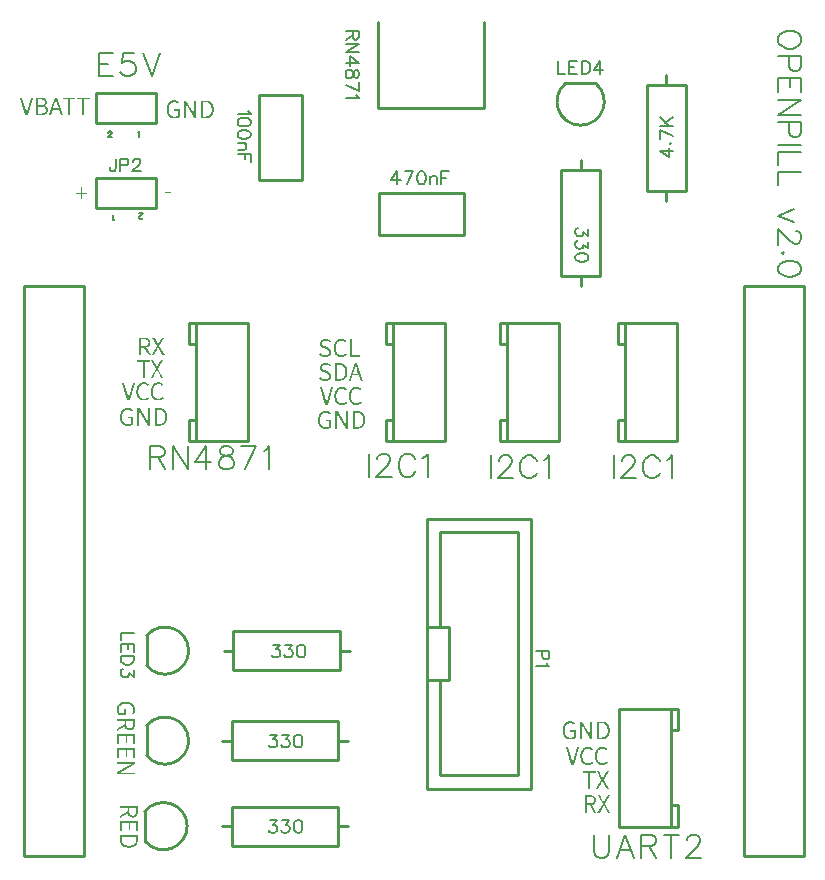
<source format=gto>
G04 Layer: TopSilkscreenLayer*
G04 EasyEDA v6.4.31, 2022-02-12 21:58:38*
G04 11df6e3db19843adbe4402e5d5cbdb9a,955daf9958a1483280a48a3f8fd5623a,10*
G04 Gerber Generator version 0.2*
G04 Scale: 100 percent, Rotated: No, Reflected: No *
G04 Dimensions in millimeters *
G04 leading zeros omitted , absolute positions ,4 integer and 5 decimal *
%FSLAX45Y45*%
%MOMM*%

%ADD10C,0.2540*%
%ADD22C,0.1270*%
%ADD23C,0.2500*%
%ADD24C,0.2032*%
%ADD25C,0.1524*%

%LPD*%
G36*
X1357122Y10526776D02*
G01*
X1357122Y10482326D01*
X1315720Y10482326D01*
X1315720Y10469880D01*
X1357122Y10469880D01*
X1357122Y10425176D01*
X1370584Y10425176D01*
X1370584Y10469880D01*
X1411986Y10469880D01*
X1411986Y10482326D01*
X1370584Y10482326D01*
X1370584Y10526776D01*
G37*
G36*
X838708Y11286744D02*
G01*
X886460Y11137900D01*
X905764Y11137900D01*
X953262Y11286744D01*
X936244Y11286744D01*
X898702Y11161826D01*
X896619Y11155426D01*
X895858Y11155426D01*
X888441Y11179911D01*
X881380Y11204448D01*
X856234Y11286744D01*
G37*
G36*
X974090Y11286744D02*
G01*
X974090Y11273282D01*
X1014730Y11273282D01*
X1023213Y11272926D01*
X1030630Y11271910D01*
X1036929Y11270132D01*
X1042060Y11267592D01*
X1046073Y11264138D01*
X1048969Y11259769D01*
X1050747Y11254486D01*
X1051306Y11248136D01*
X1050798Y11242598D01*
X1049223Y11237620D01*
X1046530Y11233302D01*
X1042619Y11229644D01*
X1037437Y11226698D01*
X1030935Y11224514D01*
X1023061Y11223193D01*
X1013714Y11222736D01*
X991108Y11222736D01*
X991108Y11273282D01*
X974090Y11273282D01*
X974090Y11209782D01*
X1017778Y11209782D01*
X1024331Y11209578D01*
X1030376Y11209070D01*
X1035862Y11208156D01*
X1040841Y11206835D01*
X1045311Y11205159D01*
X1049172Y11203076D01*
X1052474Y11200638D01*
X1055217Y11197742D01*
X1057402Y11194440D01*
X1058926Y11190782D01*
X1059891Y11186617D01*
X1060196Y11182096D01*
X1059891Y11177016D01*
X1058875Y11172393D01*
X1057300Y11168278D01*
X1055065Y11164620D01*
X1052271Y11161471D01*
X1048918Y11158728D01*
X1044956Y11156442D01*
X1040536Y11154613D01*
X1035558Y11153140D01*
X1030071Y11152174D01*
X1024178Y11151565D01*
X1017778Y11151362D01*
X991108Y11151362D01*
X991108Y11209782D01*
X974090Y11209782D01*
X974090Y11137900D01*
X1020571Y11137900D01*
X1026668Y11138052D01*
X1032560Y11138560D01*
X1038098Y11139424D01*
X1043381Y11140592D01*
X1048359Y11142116D01*
X1052931Y11143996D01*
X1057198Y11146231D01*
X1061110Y11148771D01*
X1064615Y11151666D01*
X1067714Y11154867D01*
X1070406Y11158423D01*
X1072591Y11162334D01*
X1074369Y11166551D01*
X1075639Y11171174D01*
X1076452Y11176050D01*
X1076706Y11181334D01*
X1076147Y11188547D01*
X1074470Y11194999D01*
X1071778Y11200638D01*
X1068222Y11205514D01*
X1063752Y11209629D01*
X1058468Y11212931D01*
X1052525Y11215420D01*
X1045971Y11217148D01*
X1045971Y11217910D01*
X1051001Y11220094D01*
X1055420Y11222939D01*
X1059230Y11226342D01*
X1062380Y11230305D01*
X1064818Y11234775D01*
X1066596Y11239601D01*
X1067714Y11244732D01*
X1068070Y11250168D01*
X1067663Y11256314D01*
X1066393Y11261852D01*
X1064361Y11266830D01*
X1061618Y11271148D01*
X1058164Y11274958D01*
X1053998Y11278158D01*
X1049223Y11280851D01*
X1043889Y11283035D01*
X1037945Y11284661D01*
X1031544Y11285829D01*
X1024636Y11286540D01*
X1017269Y11286744D01*
G37*
G36*
X1137666Y11286744D02*
G01*
X1107411Y11198098D01*
X1123188Y11198098D01*
X1138885Y11247069D01*
X1146302Y11272520D01*
X1147064Y11272520D01*
X1158392Y11234724D01*
X1162558Y11222228D01*
X1170178Y11198098D01*
X1107411Y11198098D01*
X1086866Y11137900D01*
X1103884Y11137900D01*
X1119124Y11184890D01*
X1174496Y11184890D01*
X1189228Y11137900D01*
X1207262Y11137900D01*
X1156208Y11286744D01*
G37*
G36*
X1202690Y11286744D02*
G01*
X1202690Y11272520D01*
X1248156Y11272520D01*
X1248156Y11137900D01*
X1265174Y11137900D01*
X1265174Y11272520D01*
X1310640Y11272520D01*
X1310640Y11286744D01*
G37*
G36*
X1323340Y11286744D02*
G01*
X1323340Y11272520D01*
X1368806Y11272520D01*
X1368806Y11137900D01*
X1385824Y11137900D01*
X1385824Y11272520D01*
X1431290Y11272520D01*
X1431290Y11286744D01*
G37*
G36*
X2149602Y11263884D02*
G01*
X2143760Y11263680D01*
X2138121Y11263020D01*
X2132685Y11261953D01*
X2127453Y11260480D01*
X2122424Y11258550D01*
X2117648Y11256264D01*
X2113076Y11253622D01*
X2108809Y11250523D01*
X2104796Y11247120D01*
X2101037Y11243310D01*
X2097633Y11239144D01*
X2094484Y11234623D01*
X2091689Y11229797D01*
X2089200Y11224615D01*
X2087067Y11219078D01*
X2085289Y11213287D01*
X2083866Y11207140D01*
X2082850Y11200688D01*
X2082241Y11193932D01*
X2082038Y11186922D01*
X2082241Y11179810D01*
X2082850Y11173053D01*
X2083816Y11166551D01*
X2085187Y11160404D01*
X2086914Y11154562D01*
X2088997Y11149025D01*
X2091436Y11143843D01*
X2094179Y11138966D01*
X2097227Y11134496D01*
X2100630Y11130330D01*
X2104288Y11126571D01*
X2108200Y11123168D01*
X2112416Y11120120D01*
X2116886Y11117478D01*
X2121560Y11115192D01*
X2126538Y11113312D01*
X2131669Y11111890D01*
X2137054Y11110823D01*
X2142591Y11110163D01*
X2148332Y11109960D01*
X2155596Y11110264D01*
X2162454Y11111230D01*
X2168956Y11112754D01*
X2174951Y11114735D01*
X2180488Y11117224D01*
X2185517Y11120120D01*
X2189937Y11123422D01*
X2193798Y11126978D01*
X2193798Y11188700D01*
X2145792Y11188700D01*
X2145792Y11174730D01*
X2178304Y11174730D01*
X2178304Y11134090D01*
X2172868Y11130178D01*
X2165959Y11127181D01*
X2158136Y11125352D01*
X2149856Y11124692D01*
X2143963Y11124996D01*
X2138426Y11125809D01*
X2133193Y11127181D01*
X2128367Y11129060D01*
X2123846Y11131448D01*
X2119680Y11134344D01*
X2115921Y11137696D01*
X2112467Y11141557D01*
X2109470Y11145824D01*
X2106777Y11150549D01*
X2104542Y11155680D01*
X2102662Y11161217D01*
X2101189Y11167160D01*
X2100173Y11173460D01*
X2099513Y11180165D01*
X2099310Y11187176D01*
X2099564Y11194186D01*
X2100224Y11200841D01*
X2101342Y11207140D01*
X2102866Y11213033D01*
X2104847Y11218570D01*
X2107184Y11223650D01*
X2109927Y11228324D01*
X2113076Y11232540D01*
X2116531Y11236350D01*
X2120341Y11239652D01*
X2124506Y11242497D01*
X2128977Y11244884D01*
X2133803Y11246713D01*
X2138883Y11248085D01*
X2144217Y11248898D01*
X2149856Y11249152D01*
X2160473Y11248034D01*
X2169312Y11244986D01*
X2176576Y11240465D01*
X2182622Y11234928D01*
X2192020Y11245850D01*
X2188565Y11249101D01*
X2184654Y11252301D01*
X2180234Y11255349D01*
X2175306Y11258092D01*
X2169769Y11260429D01*
X2163673Y11262258D01*
X2156968Y11263477D01*
G37*
G36*
X2229866Y11261344D02*
G01*
X2229866Y11112500D01*
X2245614Y11112500D01*
X2245563Y11199825D01*
X2244902Y11216944D01*
X2243582Y11239246D01*
X2244598Y11239246D01*
X2260854Y11208766D01*
X2316734Y11112500D01*
X2334260Y11112500D01*
X2334260Y11261344D01*
X2318258Y11261344D01*
X2318308Y11175085D01*
X2319375Y11151616D01*
X2320544Y11134344D01*
X2319528Y11134344D01*
X2303272Y11164824D01*
X2247138Y11261344D01*
G37*
G36*
X2375662Y11261344D02*
G01*
X2375662Y11247374D01*
X2410968Y11247374D01*
X2417521Y11247120D01*
X2423617Y11246358D01*
X2429306Y11245088D01*
X2434539Y11243360D01*
X2439365Y11241125D01*
X2443784Y11238433D01*
X2447747Y11235283D01*
X2451303Y11231676D01*
X2454402Y11227612D01*
X2457094Y11223142D01*
X2459380Y11218214D01*
X2461260Y11212880D01*
X2462682Y11207089D01*
X2463749Y11200942D01*
X2464358Y11194389D01*
X2464562Y11187430D01*
X2464358Y11180521D01*
X2463749Y11173917D01*
X2462682Y11167719D01*
X2461260Y11161877D01*
X2459380Y11156442D01*
X2457094Y11151412D01*
X2454402Y11146790D01*
X2451303Y11142624D01*
X2447747Y11138865D01*
X2443784Y11135614D01*
X2439365Y11132769D01*
X2434539Y11130483D01*
X2429306Y11128603D01*
X2423617Y11127282D01*
X2417521Y11126470D01*
X2410968Y11126216D01*
X2392680Y11126216D01*
X2392680Y11247374D01*
X2375662Y11247374D01*
X2375662Y11112500D01*
X2413000Y11112500D01*
X2419604Y11112703D01*
X2425852Y11113312D01*
X2431796Y11114379D01*
X2437434Y11115802D01*
X2442718Y11117630D01*
X2447696Y11119866D01*
X2452319Y11122456D01*
X2456637Y11125403D01*
X2460650Y11128756D01*
X2464257Y11132464D01*
X2467559Y11136477D01*
X2470556Y11140846D01*
X2473198Y11145570D01*
X2475484Y11150650D01*
X2477414Y11155984D01*
X2478989Y11161674D01*
X2480208Y11167668D01*
X2481122Y11173968D01*
X2481630Y11180572D01*
X2481834Y11187430D01*
X2481630Y11194288D01*
X2481122Y11200841D01*
X2480208Y11207140D01*
X2478989Y11213084D01*
X2477363Y11218672D01*
X2475433Y11224006D01*
X2473147Y11228984D01*
X2470505Y11233658D01*
X2467508Y11237925D01*
X2464206Y11241938D01*
X2460498Y11245545D01*
X2456484Y11248796D01*
X2452116Y11251692D01*
X2447442Y11254232D01*
X2442413Y11256365D01*
X2437028Y11258143D01*
X2431338Y11259515D01*
X2425293Y11260531D01*
X2418943Y11261140D01*
X2412238Y11261344D01*
G37*
G36*
X3432301Y8634984D02*
G01*
X3426460Y8634780D01*
X3420821Y8634120D01*
X3415385Y8633053D01*
X3410153Y8631580D01*
X3405124Y8629650D01*
X3400348Y8627364D01*
X3395776Y8624722D01*
X3391509Y8621623D01*
X3387496Y8618220D01*
X3383737Y8614410D01*
X3380333Y8610244D01*
X3377184Y8605723D01*
X3374390Y8600897D01*
X3371900Y8595715D01*
X3369767Y8590178D01*
X3367989Y8584387D01*
X3366566Y8578240D01*
X3365550Y8571788D01*
X3364941Y8565032D01*
X3364737Y8558022D01*
X3364941Y8550910D01*
X3365550Y8544153D01*
X3366515Y8537651D01*
X3367887Y8531504D01*
X3369614Y8525662D01*
X3371697Y8520125D01*
X3374136Y8514943D01*
X3376879Y8510066D01*
X3379927Y8505596D01*
X3383330Y8501430D01*
X3386988Y8497671D01*
X3390900Y8494268D01*
X3395116Y8491220D01*
X3399586Y8488578D01*
X3404260Y8486292D01*
X3409238Y8484412D01*
X3414369Y8482990D01*
X3419754Y8481923D01*
X3425291Y8481263D01*
X3431032Y8481060D01*
X3438296Y8481364D01*
X3445154Y8482330D01*
X3451656Y8483854D01*
X3457651Y8485835D01*
X3463188Y8488324D01*
X3468217Y8491220D01*
X3472637Y8494522D01*
X3476498Y8498078D01*
X3476498Y8559800D01*
X3428492Y8559800D01*
X3428492Y8545830D01*
X3461004Y8545830D01*
X3461004Y8505190D01*
X3455568Y8501278D01*
X3448659Y8498281D01*
X3440836Y8496452D01*
X3432556Y8495792D01*
X3426663Y8496096D01*
X3421126Y8496909D01*
X3415893Y8498281D01*
X3411067Y8500160D01*
X3406546Y8502548D01*
X3402380Y8505444D01*
X3398621Y8508796D01*
X3395167Y8512657D01*
X3392170Y8516924D01*
X3389477Y8521649D01*
X3387242Y8526780D01*
X3385362Y8532317D01*
X3383889Y8538260D01*
X3382873Y8544560D01*
X3382213Y8551265D01*
X3382010Y8558276D01*
X3382264Y8565286D01*
X3382924Y8571941D01*
X3384042Y8578240D01*
X3385565Y8584133D01*
X3387547Y8589670D01*
X3389884Y8594750D01*
X3392627Y8599424D01*
X3395776Y8603640D01*
X3399231Y8607450D01*
X3403041Y8610752D01*
X3407206Y8613597D01*
X3411677Y8615984D01*
X3416503Y8617813D01*
X3421583Y8619185D01*
X3426917Y8619998D01*
X3432556Y8620252D01*
X3443173Y8619134D01*
X3452012Y8616086D01*
X3459276Y8611565D01*
X3465322Y8606028D01*
X3474720Y8616950D01*
X3471265Y8620201D01*
X3467354Y8623401D01*
X3462934Y8626449D01*
X3458006Y8629192D01*
X3452469Y8631529D01*
X3446373Y8633358D01*
X3439668Y8634577D01*
G37*
G36*
X3512565Y8632444D02*
G01*
X3512565Y8483600D01*
X3528314Y8483600D01*
X3528263Y8570925D01*
X3527602Y8588044D01*
X3526282Y8610346D01*
X3527298Y8610346D01*
X3543554Y8579866D01*
X3599434Y8483600D01*
X3616960Y8483600D01*
X3616960Y8632444D01*
X3600958Y8632444D01*
X3601008Y8546185D01*
X3602075Y8522716D01*
X3603244Y8505444D01*
X3602228Y8505444D01*
X3585972Y8535924D01*
X3529837Y8632444D01*
G37*
G36*
X3658362Y8632444D02*
G01*
X3658362Y8618474D01*
X3693668Y8618474D01*
X3700221Y8618220D01*
X3706317Y8617458D01*
X3712006Y8616188D01*
X3717239Y8614460D01*
X3722065Y8612225D01*
X3726484Y8609533D01*
X3730447Y8606383D01*
X3734003Y8602776D01*
X3737101Y8598712D01*
X3739794Y8594242D01*
X3742080Y8589314D01*
X3743960Y8583980D01*
X3745382Y8578189D01*
X3746449Y8572042D01*
X3747058Y8565489D01*
X3747262Y8558530D01*
X3747058Y8551621D01*
X3746449Y8545017D01*
X3745382Y8538819D01*
X3743960Y8532977D01*
X3742080Y8527542D01*
X3739794Y8522512D01*
X3737101Y8517890D01*
X3734003Y8513724D01*
X3730447Y8509965D01*
X3726484Y8506714D01*
X3722065Y8503869D01*
X3717239Y8501583D01*
X3712006Y8499703D01*
X3706317Y8498382D01*
X3700221Y8497570D01*
X3693668Y8497316D01*
X3675379Y8497316D01*
X3675379Y8618474D01*
X3658362Y8618474D01*
X3658362Y8483600D01*
X3695700Y8483600D01*
X3702304Y8483803D01*
X3708552Y8484412D01*
X3714496Y8485479D01*
X3720134Y8486902D01*
X3725418Y8488730D01*
X3730396Y8490966D01*
X3735019Y8493556D01*
X3739337Y8496503D01*
X3743350Y8499856D01*
X3746957Y8503564D01*
X3750259Y8507577D01*
X3753256Y8511946D01*
X3755898Y8516670D01*
X3758184Y8521750D01*
X3760114Y8527084D01*
X3761689Y8532774D01*
X3762908Y8538768D01*
X3763822Y8545068D01*
X3764330Y8551672D01*
X3764534Y8558530D01*
X3764330Y8565388D01*
X3763822Y8571941D01*
X3762908Y8578240D01*
X3761689Y8584184D01*
X3760063Y8589772D01*
X3758133Y8595106D01*
X3755847Y8600084D01*
X3753205Y8604758D01*
X3750208Y8609025D01*
X3746906Y8613038D01*
X3743198Y8616645D01*
X3739184Y8619896D01*
X3734815Y8622792D01*
X3730142Y8625332D01*
X3725113Y8627465D01*
X3719728Y8629243D01*
X3714038Y8630615D01*
X3707993Y8631631D01*
X3701643Y8632240D01*
X3694937Y8632444D01*
G37*
G36*
X3568446Y8838184D02*
G01*
X3562908Y8837980D01*
X3557473Y8837320D01*
X3552240Y8836253D01*
X3547211Y8834780D01*
X3542385Y8832850D01*
X3537762Y8830564D01*
X3533394Y8827922D01*
X3529228Y8824823D01*
X3525316Y8821420D01*
X3521710Y8817610D01*
X3518357Y8813444D01*
X3515309Y8808923D01*
X3512565Y8804097D01*
X3510178Y8798915D01*
X3508095Y8793378D01*
X3506368Y8787587D01*
X3504996Y8781440D01*
X3503980Y8774988D01*
X3503371Y8768232D01*
X3503168Y8761222D01*
X3503371Y8754110D01*
X3503980Y8747353D01*
X3504946Y8740851D01*
X3506266Y8734704D01*
X3507994Y8728862D01*
X3510026Y8723325D01*
X3512413Y8718143D01*
X3515106Y8713266D01*
X3518103Y8708796D01*
X3521354Y8704630D01*
X3524910Y8700871D01*
X3528720Y8697468D01*
X3532784Y8694420D01*
X3537102Y8691778D01*
X3541623Y8689492D01*
X3546398Y8687612D01*
X3551326Y8686190D01*
X3556457Y8685123D01*
X3561740Y8684463D01*
X3567176Y8684260D01*
X3574186Y8684615D01*
X3580790Y8685682D01*
X3586937Y8687409D01*
X3592728Y8689797D01*
X3598164Y8692794D01*
X3603193Y8696452D01*
X3607968Y8700719D01*
X3612387Y8705596D01*
X3603244Y8716010D01*
X3599484Y8712149D01*
X3595573Y8708745D01*
X3591560Y8705850D01*
X3587292Y8703411D01*
X3582873Y8701481D01*
X3578148Y8700109D01*
X3573221Y8699296D01*
X3567937Y8698992D01*
X3562604Y8699296D01*
X3557524Y8700109D01*
X3552698Y8701481D01*
X3548176Y8703360D01*
X3543960Y8705748D01*
X3540048Y8708644D01*
X3536492Y8711996D01*
X3533241Y8715857D01*
X3530346Y8720124D01*
X3527755Y8724849D01*
X3525570Y8729980D01*
X3523742Y8735517D01*
X3522319Y8741460D01*
X3521303Y8747760D01*
X3520643Y8754465D01*
X3520440Y8761476D01*
X3520643Y8768486D01*
X3521303Y8775141D01*
X3522370Y8781440D01*
X3523894Y8787333D01*
X3525774Y8792870D01*
X3528009Y8797950D01*
X3530650Y8802624D01*
X3533597Y8806840D01*
X3536950Y8810650D01*
X3540607Y8813952D01*
X3544570Y8816797D01*
X3548837Y8819184D01*
X3553409Y8821013D01*
X3558235Y8822385D01*
X3563365Y8823198D01*
X3568700Y8823452D01*
X3577894Y8822385D01*
X3586073Y8819489D01*
X3593236Y8814968D01*
X3599434Y8809228D01*
X3608832Y8820150D01*
X3605377Y8823604D01*
X3601415Y8826957D01*
X3596995Y8830005D01*
X3592169Y8832697D01*
X3586886Y8834932D01*
X3581146Y8836710D01*
X3574999Y8837777D01*
G37*
G36*
X3691128Y8838184D02*
G01*
X3685590Y8837980D01*
X3680155Y8837320D01*
X3674922Y8836253D01*
X3669893Y8834780D01*
X3665067Y8832850D01*
X3660444Y8830564D01*
X3656076Y8827922D01*
X3651910Y8824823D01*
X3647998Y8821420D01*
X3644392Y8817610D01*
X3641039Y8813444D01*
X3637991Y8808923D01*
X3635248Y8804097D01*
X3632860Y8798915D01*
X3630777Y8793378D01*
X3629050Y8787587D01*
X3627678Y8781440D01*
X3626662Y8774988D01*
X3626053Y8768232D01*
X3625850Y8761222D01*
X3626053Y8754110D01*
X3626662Y8747353D01*
X3627628Y8740851D01*
X3628948Y8734704D01*
X3630676Y8728862D01*
X3632708Y8723325D01*
X3635095Y8718143D01*
X3637787Y8713266D01*
X3640785Y8708796D01*
X3644036Y8704630D01*
X3647592Y8700871D01*
X3651402Y8697468D01*
X3655466Y8694420D01*
X3659784Y8691778D01*
X3664305Y8689492D01*
X3669080Y8687612D01*
X3674008Y8686190D01*
X3679139Y8685123D01*
X3684422Y8684463D01*
X3689858Y8684260D01*
X3696868Y8684615D01*
X3703472Y8685682D01*
X3709670Y8687409D01*
X3715461Y8689797D01*
X3720896Y8692794D01*
X3726027Y8696452D01*
X3730802Y8700719D01*
X3735324Y8705596D01*
X3725926Y8716010D01*
X3722166Y8712149D01*
X3718255Y8708745D01*
X3714242Y8705850D01*
X3709974Y8703411D01*
X3705555Y8701481D01*
X3700830Y8700109D01*
X3695903Y8699296D01*
X3690620Y8698992D01*
X3685286Y8699296D01*
X3680206Y8700109D01*
X3675379Y8701481D01*
X3670858Y8703360D01*
X3666642Y8705748D01*
X3662730Y8708644D01*
X3659174Y8711996D01*
X3655923Y8715857D01*
X3653028Y8720124D01*
X3650437Y8724849D01*
X3648252Y8729980D01*
X3646424Y8735517D01*
X3645001Y8741460D01*
X3643985Y8747760D01*
X3643325Y8754465D01*
X3643122Y8761476D01*
X3643325Y8768486D01*
X3643985Y8775141D01*
X3645052Y8781440D01*
X3646576Y8787333D01*
X3648456Y8792870D01*
X3650691Y8797950D01*
X3653332Y8802624D01*
X3656279Y8806840D01*
X3659632Y8810650D01*
X3663289Y8813952D01*
X3667251Y8816797D01*
X3671519Y8819184D01*
X3676091Y8821013D01*
X3680917Y8822385D01*
X3686048Y8823198D01*
X3691382Y8823452D01*
X3700576Y8822385D01*
X3708755Y8819489D01*
X3715918Y8814968D01*
X3722115Y8809228D01*
X3731514Y8820150D01*
X3728110Y8823604D01*
X3724198Y8826957D01*
X3719829Y8830005D01*
X3714953Y8832697D01*
X3709619Y8834932D01*
X3703878Y8836710D01*
X3697681Y8837777D01*
G37*
G36*
X3378708Y8835644D02*
G01*
X3426460Y8686800D01*
X3445764Y8686800D01*
X3493262Y8835644D01*
X3476244Y8835644D01*
X3438702Y8710726D01*
X3436620Y8704326D01*
X3435858Y8704326D01*
X3428441Y8728811D01*
X3421379Y8753348D01*
X3396234Y8835644D01*
G37*
G36*
X3428492Y9041384D02*
G01*
X3422040Y9041028D01*
X3415893Y9040063D01*
X3410153Y9038488D01*
X3404819Y9036354D01*
X3399942Y9033611D01*
X3395573Y9030411D01*
X3391763Y9026753D01*
X3388563Y9022638D01*
X3385972Y9018117D01*
X3384092Y9013240D01*
X3382924Y9008059D01*
X3382518Y9002522D01*
X3383229Y8994952D01*
X3385312Y8988348D01*
X3388461Y8982659D01*
X3392474Y8977782D01*
X3397148Y8973616D01*
X3402228Y8970111D01*
X3407511Y8967165D01*
X3412744Y8964676D01*
X3439515Y8952941D01*
X3444290Y8950553D01*
X3448608Y8948013D01*
X3452368Y8945168D01*
X3455466Y8941866D01*
X3457752Y8938006D01*
X3459226Y8933383D01*
X3459734Y8927846D01*
X3459175Y8922359D01*
X3457448Y8917432D01*
X3454704Y8913012D01*
X3450945Y8909304D01*
X3446272Y8906306D01*
X3440684Y8904071D01*
X3434232Y8902649D01*
X3426968Y8902192D01*
X3421126Y8902547D01*
X3415334Y8903512D01*
X3409746Y8905138D01*
X3404311Y8907322D01*
X3399129Y8910015D01*
X3394201Y8913215D01*
X3389579Y8916924D01*
X3385312Y8920988D01*
X3375151Y8909558D01*
X3380232Y8904681D01*
X3385718Y8900312D01*
X3391611Y8896553D01*
X3397910Y8893352D01*
X3404615Y8890812D01*
X3411677Y8888984D01*
X3419144Y8887866D01*
X3426968Y8887460D01*
X3434334Y8887815D01*
X3441242Y8888933D01*
X3447592Y8890660D01*
X3453434Y8893048D01*
X3458667Y8896045D01*
X3463290Y8899550D01*
X3467303Y8903512D01*
X3470605Y8907932D01*
X3473246Y8912758D01*
X3475177Y8917940D01*
X3476345Y8923375D01*
X3476751Y8929116D01*
X3476142Y8936837D01*
X3474364Y8943594D01*
X3471519Y8949436D01*
X3467760Y8954465D01*
X3463239Y8958783D01*
X3458006Y8962542D01*
X3452215Y8965844D01*
X3446018Y8968740D01*
X3420059Y8979814D01*
X3411524Y8984284D01*
X3407714Y8987028D01*
X3404412Y8990228D01*
X3401822Y8994038D01*
X3400145Y8998508D01*
X3399536Y9003792D01*
X3400094Y9008770D01*
X3401618Y9013240D01*
X3404158Y9017152D01*
X3407562Y9020454D01*
X3411728Y9023096D01*
X3416655Y9025026D01*
X3422294Y9026245D01*
X3428492Y9026652D01*
X3433673Y9026398D01*
X3438550Y9025636D01*
X3443173Y9024416D01*
X3447542Y9022791D01*
X3451656Y9020708D01*
X3455568Y9018270D01*
X3459276Y9015526D01*
X3462782Y9012428D01*
X3471672Y9023096D01*
X3467608Y9026956D01*
X3463137Y9030462D01*
X3458210Y9033560D01*
X3452926Y9036253D01*
X3447287Y9038386D01*
X3441293Y9040012D01*
X3435045Y9041028D01*
G37*
G36*
X3506470Y9038844D02*
G01*
X3506470Y9024874D01*
X3541776Y9024874D01*
X3548329Y9024620D01*
X3554425Y9023858D01*
X3560114Y9022588D01*
X3565347Y9020860D01*
X3570173Y9018625D01*
X3574592Y9015933D01*
X3578555Y9012783D01*
X3582111Y9009176D01*
X3585210Y9005112D01*
X3587902Y9000642D01*
X3590188Y8995714D01*
X3592068Y8990380D01*
X3593490Y8984589D01*
X3594557Y8978442D01*
X3595166Y8971889D01*
X3595370Y8964930D01*
X3595166Y8958021D01*
X3594557Y8951417D01*
X3593490Y8945219D01*
X3592068Y8939377D01*
X3590188Y8933942D01*
X3587902Y8928912D01*
X3585210Y8924290D01*
X3582111Y8920124D01*
X3578555Y8916365D01*
X3574592Y8913114D01*
X3570173Y8910269D01*
X3565347Y8907983D01*
X3560114Y8906103D01*
X3554425Y8904782D01*
X3548329Y8903970D01*
X3541776Y8903716D01*
X3523487Y8903716D01*
X3523487Y9024874D01*
X3506470Y9024874D01*
X3506470Y8890000D01*
X3543808Y8890000D01*
X3550412Y8890203D01*
X3556660Y8890812D01*
X3562604Y8891879D01*
X3568242Y8893302D01*
X3573526Y8895130D01*
X3578504Y8897366D01*
X3583127Y8899956D01*
X3587445Y8902903D01*
X3591458Y8906256D01*
X3595065Y8909964D01*
X3598367Y8913977D01*
X3601364Y8918346D01*
X3604006Y8923070D01*
X3606292Y8928150D01*
X3608222Y8933484D01*
X3609797Y8939174D01*
X3611016Y8945168D01*
X3611930Y8951468D01*
X3612438Y8958072D01*
X3612642Y8964930D01*
X3612438Y8971788D01*
X3611930Y8978341D01*
X3611016Y8984640D01*
X3609797Y8990584D01*
X3608171Y8996172D01*
X3606241Y9001506D01*
X3603955Y9006484D01*
X3601313Y9011158D01*
X3598316Y9015425D01*
X3594963Y9019438D01*
X3591306Y9023045D01*
X3587292Y9026296D01*
X3582924Y9029192D01*
X3578250Y9031732D01*
X3573221Y9033865D01*
X3567836Y9035643D01*
X3562146Y9037015D01*
X3556101Y9038031D01*
X3549751Y9038640D01*
X3543046Y9038844D01*
G37*
G36*
X3674110Y9038844D02*
G01*
X3643855Y8950198D01*
X3659632Y8950198D01*
X3675329Y8999169D01*
X3682746Y9024620D01*
X3683508Y9024620D01*
X3694836Y8986824D01*
X3699001Y8974328D01*
X3706622Y8950198D01*
X3643855Y8950198D01*
X3623310Y8890000D01*
X3640328Y8890000D01*
X3655568Y8936990D01*
X3710940Y8936990D01*
X3725672Y8890000D01*
X3743706Y8890000D01*
X3692651Y9038844D01*
G37*
G36*
X3428492Y9244584D02*
G01*
X3422040Y9244228D01*
X3415893Y9243263D01*
X3410153Y9241688D01*
X3404819Y9239554D01*
X3399942Y9236811D01*
X3395573Y9233611D01*
X3391763Y9229953D01*
X3388563Y9225838D01*
X3385972Y9221317D01*
X3384092Y9216440D01*
X3382924Y9211259D01*
X3382518Y9205722D01*
X3383229Y9198152D01*
X3385312Y9191548D01*
X3388461Y9185859D01*
X3392474Y9180982D01*
X3397148Y9176816D01*
X3402228Y9173311D01*
X3407511Y9170365D01*
X3412744Y9167876D01*
X3439515Y9156141D01*
X3444290Y9153753D01*
X3448608Y9151213D01*
X3452368Y9148368D01*
X3455466Y9145066D01*
X3457752Y9141206D01*
X3459226Y9136583D01*
X3459734Y9131046D01*
X3459175Y9125559D01*
X3457448Y9120632D01*
X3454704Y9116212D01*
X3450945Y9112504D01*
X3446272Y9109506D01*
X3440684Y9107271D01*
X3434232Y9105849D01*
X3426968Y9105392D01*
X3421126Y9105747D01*
X3415334Y9106712D01*
X3409746Y9108338D01*
X3404311Y9110522D01*
X3399129Y9113215D01*
X3394201Y9116415D01*
X3389579Y9120124D01*
X3385312Y9124188D01*
X3375151Y9112758D01*
X3380232Y9107881D01*
X3385718Y9103512D01*
X3391611Y9099753D01*
X3397910Y9096552D01*
X3404615Y9094012D01*
X3411677Y9092184D01*
X3419144Y9091066D01*
X3426968Y9090660D01*
X3434334Y9091015D01*
X3441242Y9092133D01*
X3447592Y9093860D01*
X3453434Y9096248D01*
X3458667Y9099245D01*
X3463290Y9102750D01*
X3467303Y9106712D01*
X3470605Y9111132D01*
X3473246Y9115958D01*
X3475177Y9121140D01*
X3476345Y9126575D01*
X3476751Y9132316D01*
X3476142Y9140037D01*
X3474364Y9146794D01*
X3471519Y9152636D01*
X3467760Y9157665D01*
X3463239Y9161983D01*
X3458006Y9165742D01*
X3452215Y9169044D01*
X3446018Y9171940D01*
X3420059Y9183014D01*
X3411524Y9187484D01*
X3407714Y9190228D01*
X3404412Y9193428D01*
X3401822Y9197238D01*
X3400145Y9201708D01*
X3399536Y9206992D01*
X3400094Y9211970D01*
X3401618Y9216440D01*
X3404158Y9220352D01*
X3407562Y9223654D01*
X3411728Y9226296D01*
X3416655Y9228226D01*
X3422294Y9229445D01*
X3428492Y9229852D01*
X3433673Y9229598D01*
X3438550Y9228836D01*
X3443173Y9227616D01*
X3447542Y9225991D01*
X3451656Y9223908D01*
X3455568Y9221470D01*
X3459276Y9218726D01*
X3462782Y9215628D01*
X3471672Y9226296D01*
X3467608Y9230156D01*
X3463137Y9233662D01*
X3458210Y9236760D01*
X3452926Y9239453D01*
X3447287Y9241586D01*
X3441293Y9243212D01*
X3435045Y9244228D01*
G37*
G36*
X3563112Y9244584D02*
G01*
X3557574Y9244380D01*
X3552139Y9243720D01*
X3546906Y9242653D01*
X3541877Y9241180D01*
X3537051Y9239250D01*
X3532428Y9236964D01*
X3528060Y9234322D01*
X3523894Y9231223D01*
X3519982Y9227820D01*
X3516376Y9224010D01*
X3513023Y9219844D01*
X3509975Y9215323D01*
X3507232Y9210497D01*
X3504844Y9205315D01*
X3502761Y9199778D01*
X3501034Y9193987D01*
X3499662Y9187840D01*
X3498646Y9181388D01*
X3498037Y9174632D01*
X3497834Y9167622D01*
X3498037Y9160510D01*
X3498646Y9153753D01*
X3499612Y9147251D01*
X3500932Y9141104D01*
X3502660Y9135262D01*
X3504692Y9129725D01*
X3507079Y9124543D01*
X3509772Y9119666D01*
X3512769Y9115196D01*
X3516020Y9111030D01*
X3519576Y9107271D01*
X3523386Y9103868D01*
X3527450Y9100820D01*
X3531768Y9098178D01*
X3536289Y9095892D01*
X3541064Y9094012D01*
X3545992Y9092590D01*
X3551123Y9091523D01*
X3556406Y9090863D01*
X3561842Y9090660D01*
X3568852Y9091015D01*
X3575456Y9092082D01*
X3581603Y9093809D01*
X3587394Y9096197D01*
X3592829Y9099194D01*
X3597859Y9102852D01*
X3602634Y9107119D01*
X3607054Y9111996D01*
X3597656Y9122410D01*
X3593947Y9118549D01*
X3590137Y9115145D01*
X3586124Y9112250D01*
X3581958Y9109811D01*
X3577488Y9107881D01*
X3572814Y9106509D01*
X3567887Y9105696D01*
X3562604Y9105392D01*
X3557270Y9105696D01*
X3552190Y9106509D01*
X3547364Y9107881D01*
X3542842Y9109760D01*
X3538626Y9112148D01*
X3534714Y9115044D01*
X3531158Y9118396D01*
X3527907Y9122257D01*
X3525012Y9126524D01*
X3522421Y9131249D01*
X3520236Y9136380D01*
X3518408Y9141917D01*
X3516985Y9147860D01*
X3515969Y9154160D01*
X3515309Y9160865D01*
X3515106Y9167876D01*
X3515309Y9174886D01*
X3515969Y9181541D01*
X3517036Y9187840D01*
X3518560Y9193733D01*
X3520389Y9199270D01*
X3522675Y9204350D01*
X3525265Y9209024D01*
X3528263Y9213240D01*
X3531565Y9217050D01*
X3535222Y9220352D01*
X3539134Y9223197D01*
X3543401Y9225584D01*
X3547922Y9227413D01*
X3552748Y9228785D01*
X3557778Y9229598D01*
X3563112Y9229852D01*
X3572459Y9228785D01*
X3580688Y9225889D01*
X3587902Y9221368D01*
X3594100Y9215628D01*
X3603498Y9226550D01*
X3600043Y9230004D01*
X3596081Y9233357D01*
X3591661Y9236405D01*
X3586835Y9239097D01*
X3581552Y9241332D01*
X3575812Y9243110D01*
X3569665Y9244177D01*
G37*
G36*
X3635248Y9242044D02*
G01*
X3635248Y9093200D01*
X3718051Y9093200D01*
X3718051Y9107424D01*
X3652265Y9107424D01*
X3652265Y9242044D01*
G37*
G36*
X5621528Y5381244D02*
G01*
X5621528Y5367528D01*
X5664200Y5367528D01*
X5672734Y5367172D01*
X5680202Y5366054D01*
X5686602Y5364124D01*
X5691936Y5361330D01*
X5696102Y5357520D01*
X5699099Y5352745D01*
X5700928Y5346852D01*
X5701538Y5339842D01*
X5700928Y5332882D01*
X5699099Y5326888D01*
X5696102Y5321808D01*
X5691936Y5317693D01*
X5686602Y5314492D01*
X5680202Y5312206D01*
X5672734Y5310835D01*
X5664200Y5310378D01*
X5638292Y5310378D01*
X5638292Y5367528D01*
X5621528Y5367528D01*
X5621528Y5232400D01*
X5638292Y5232400D01*
X5638292Y5296662D01*
X5666232Y5296662D01*
X5703316Y5232400D01*
X5722112Y5232400D01*
X5683758Y5298186D01*
X5688888Y5299557D01*
X5693613Y5301335D01*
X5698032Y5303469D01*
X5702096Y5305958D01*
X5705703Y5308803D01*
X5708954Y5312054D01*
X5711698Y5315712D01*
X5714034Y5319725D01*
X5715863Y5324144D01*
X5717184Y5328970D01*
X5718048Y5334203D01*
X5718302Y5339842D01*
X5717844Y5347055D01*
X5716625Y5353507D01*
X5714542Y5359146D01*
X5711698Y5364124D01*
X5708192Y5368391D01*
X5703976Y5371947D01*
X5699150Y5374944D01*
X5693714Y5377281D01*
X5687771Y5379059D01*
X5681268Y5380278D01*
X5674360Y5380990D01*
X5666994Y5381244D01*
G37*
G36*
X5733542Y5381244D02*
G01*
X5774436Y5309108D01*
X5731002Y5232400D01*
X5748528Y5232400D01*
X5773877Y5279390D01*
X5783072Y5297932D01*
X5784088Y5297932D01*
X5819648Y5232400D01*
X5838190Y5232400D01*
X5794502Y5308346D01*
X5835396Y5381244D01*
X5817870Y5381244D01*
X5794197Y5336692D01*
X5786120Y5320284D01*
X5785104Y5320284D01*
X5779058Y5331714D01*
X5773420Y5341620D01*
X5752338Y5381244D01*
G37*
G36*
X5607304Y5584444D02*
G01*
X5607304Y5570220D01*
X5652516Y5570220D01*
X5652516Y5435600D01*
X5669534Y5435600D01*
X5669534Y5570220D01*
X5715000Y5570220D01*
X5715000Y5584444D01*
G37*
G36*
X5723128Y5584444D02*
G01*
X5764022Y5512308D01*
X5720588Y5435600D01*
X5738114Y5435600D01*
X5760720Y5477002D01*
X5772912Y5501132D01*
X5773674Y5501132D01*
X5786628Y5477002D01*
X5809488Y5435600D01*
X5827776Y5435600D01*
X5784088Y5511546D01*
X5824982Y5584444D01*
X5807456Y5584444D01*
X5783834Y5539892D01*
X5775960Y5523484D01*
X5774944Y5523484D01*
X5768695Y5534914D01*
X5763006Y5544820D01*
X5741924Y5584444D01*
G37*
G36*
X5651246Y5790184D02*
G01*
X5645708Y5789980D01*
X5640273Y5789320D01*
X5635040Y5788253D01*
X5630011Y5786780D01*
X5625185Y5784850D01*
X5620562Y5782564D01*
X5616194Y5779922D01*
X5612028Y5776823D01*
X5608116Y5773420D01*
X5604510Y5769610D01*
X5601157Y5765444D01*
X5598109Y5760923D01*
X5595366Y5756097D01*
X5592978Y5750915D01*
X5590895Y5745378D01*
X5589168Y5739587D01*
X5587796Y5733440D01*
X5586780Y5726988D01*
X5586171Y5720232D01*
X5585968Y5713222D01*
X5586171Y5706110D01*
X5586780Y5699353D01*
X5587746Y5692851D01*
X5589066Y5686704D01*
X5590794Y5680862D01*
X5592826Y5675325D01*
X5595213Y5670143D01*
X5597906Y5665266D01*
X5600903Y5660796D01*
X5604154Y5656630D01*
X5607710Y5652871D01*
X5611520Y5649468D01*
X5615584Y5646420D01*
X5619902Y5643778D01*
X5624423Y5641492D01*
X5629198Y5639612D01*
X5634126Y5638190D01*
X5639257Y5637123D01*
X5644540Y5636463D01*
X5649976Y5636260D01*
X5656986Y5636615D01*
X5663590Y5637682D01*
X5669737Y5639409D01*
X5675528Y5641797D01*
X5680964Y5644794D01*
X5685993Y5648452D01*
X5690768Y5652719D01*
X5695188Y5657596D01*
X5686044Y5668010D01*
X5682284Y5664149D01*
X5678373Y5660745D01*
X5674360Y5657850D01*
X5670092Y5655411D01*
X5665673Y5653481D01*
X5660948Y5652109D01*
X5656021Y5651296D01*
X5650738Y5650992D01*
X5645404Y5651296D01*
X5640324Y5652109D01*
X5635498Y5653481D01*
X5630976Y5655360D01*
X5626760Y5657748D01*
X5622848Y5660644D01*
X5619292Y5663996D01*
X5616041Y5667857D01*
X5613146Y5672124D01*
X5610555Y5676849D01*
X5608370Y5681980D01*
X5606542Y5687517D01*
X5605119Y5693460D01*
X5604103Y5699760D01*
X5603443Y5706465D01*
X5603240Y5713476D01*
X5603443Y5720486D01*
X5604103Y5727141D01*
X5605170Y5733440D01*
X5606694Y5739333D01*
X5608574Y5744870D01*
X5610809Y5749950D01*
X5613450Y5754624D01*
X5616397Y5758840D01*
X5619750Y5762650D01*
X5623407Y5765952D01*
X5627370Y5768797D01*
X5631637Y5771184D01*
X5636209Y5773013D01*
X5641035Y5774385D01*
X5646166Y5775198D01*
X5651500Y5775452D01*
X5660694Y5774385D01*
X5668873Y5771489D01*
X5676036Y5766968D01*
X5682234Y5761228D01*
X5691632Y5772150D01*
X5688177Y5775604D01*
X5684215Y5778957D01*
X5679795Y5782005D01*
X5674969Y5784697D01*
X5669686Y5786932D01*
X5663946Y5788710D01*
X5657799Y5789777D01*
G37*
G36*
X5773928Y5790184D02*
G01*
X5768390Y5789980D01*
X5762955Y5789320D01*
X5757722Y5788253D01*
X5752693Y5786780D01*
X5747867Y5784850D01*
X5743244Y5782564D01*
X5738876Y5779922D01*
X5734710Y5776823D01*
X5730798Y5773420D01*
X5727192Y5769610D01*
X5723839Y5765444D01*
X5720791Y5760923D01*
X5718048Y5756097D01*
X5715660Y5750915D01*
X5713577Y5745378D01*
X5711850Y5739587D01*
X5710478Y5733440D01*
X5709462Y5726988D01*
X5708853Y5720232D01*
X5708650Y5713222D01*
X5708853Y5706110D01*
X5709462Y5699353D01*
X5710428Y5692851D01*
X5711748Y5686704D01*
X5713476Y5680862D01*
X5715508Y5675325D01*
X5717895Y5670143D01*
X5720588Y5665266D01*
X5723585Y5660796D01*
X5726836Y5656630D01*
X5730392Y5652871D01*
X5734202Y5649468D01*
X5738266Y5646420D01*
X5742584Y5643778D01*
X5747105Y5641492D01*
X5751880Y5639612D01*
X5756808Y5638190D01*
X5761939Y5637123D01*
X5767222Y5636463D01*
X5772658Y5636260D01*
X5779668Y5636615D01*
X5786272Y5637682D01*
X5792470Y5639409D01*
X5798261Y5641797D01*
X5803696Y5644794D01*
X5808827Y5648452D01*
X5813602Y5652719D01*
X5818124Y5657596D01*
X5808726Y5668010D01*
X5804966Y5664149D01*
X5801055Y5660745D01*
X5797042Y5657850D01*
X5792774Y5655411D01*
X5788355Y5653481D01*
X5783630Y5652109D01*
X5778703Y5651296D01*
X5773420Y5650992D01*
X5768086Y5651296D01*
X5763006Y5652109D01*
X5758180Y5653481D01*
X5753658Y5655360D01*
X5749442Y5657748D01*
X5745530Y5660644D01*
X5741974Y5663996D01*
X5738723Y5667857D01*
X5735828Y5672124D01*
X5733237Y5676849D01*
X5731052Y5681980D01*
X5729224Y5687517D01*
X5727801Y5693460D01*
X5726785Y5699760D01*
X5726125Y5706465D01*
X5725922Y5713476D01*
X5726125Y5720486D01*
X5726785Y5727141D01*
X5727852Y5733440D01*
X5729376Y5739333D01*
X5731256Y5744870D01*
X5733491Y5749950D01*
X5736132Y5754624D01*
X5739079Y5758840D01*
X5742432Y5762650D01*
X5746089Y5765952D01*
X5750052Y5768797D01*
X5754319Y5771184D01*
X5758891Y5773013D01*
X5763717Y5774385D01*
X5768848Y5775198D01*
X5774182Y5775452D01*
X5783376Y5774385D01*
X5791555Y5771489D01*
X5798718Y5766968D01*
X5804916Y5761228D01*
X5814314Y5772150D01*
X5810910Y5775604D01*
X5806998Y5778957D01*
X5802630Y5782005D01*
X5797753Y5784697D01*
X5792419Y5786932D01*
X5786678Y5788710D01*
X5780481Y5789777D01*
G37*
G36*
X5461508Y5787644D02*
G01*
X5509260Y5638800D01*
X5528564Y5638800D01*
X5576062Y5787644D01*
X5559044Y5787644D01*
X5521502Y5662726D01*
X5519420Y5656326D01*
X5518658Y5656326D01*
X5511241Y5680811D01*
X5504180Y5705348D01*
X5479034Y5787644D01*
G37*
G36*
X5502402Y6006084D02*
G01*
X5496560Y6005880D01*
X5490921Y6005220D01*
X5485485Y6004153D01*
X5480253Y6002680D01*
X5475224Y6000750D01*
X5470448Y5998464D01*
X5465876Y5995822D01*
X5461609Y5992723D01*
X5457596Y5989320D01*
X5453837Y5985510D01*
X5450433Y5981344D01*
X5447284Y5976823D01*
X5444490Y5971997D01*
X5442000Y5966815D01*
X5439867Y5961278D01*
X5438089Y5955487D01*
X5436666Y5949340D01*
X5435650Y5942888D01*
X5435041Y5936132D01*
X5434838Y5929122D01*
X5435041Y5922010D01*
X5435650Y5915253D01*
X5436616Y5908751D01*
X5437987Y5902604D01*
X5439714Y5896762D01*
X5441797Y5891225D01*
X5444236Y5886043D01*
X5446979Y5881166D01*
X5450027Y5876696D01*
X5453430Y5872530D01*
X5457088Y5868771D01*
X5461000Y5865368D01*
X5465216Y5862320D01*
X5469686Y5859678D01*
X5474360Y5857392D01*
X5479338Y5855512D01*
X5484469Y5854090D01*
X5489854Y5853023D01*
X5495391Y5852363D01*
X5501132Y5852160D01*
X5508396Y5852464D01*
X5515254Y5853430D01*
X5521756Y5854954D01*
X5527751Y5856935D01*
X5533288Y5859424D01*
X5538317Y5862320D01*
X5542737Y5865622D01*
X5546598Y5869178D01*
X5546598Y5930900D01*
X5498592Y5930900D01*
X5498592Y5916930D01*
X5531104Y5916930D01*
X5531104Y5876290D01*
X5525668Y5872378D01*
X5518759Y5869381D01*
X5510936Y5867552D01*
X5502656Y5866892D01*
X5496763Y5867196D01*
X5491226Y5868009D01*
X5485993Y5869381D01*
X5481167Y5871260D01*
X5476646Y5873648D01*
X5472480Y5876544D01*
X5468721Y5879896D01*
X5465267Y5883757D01*
X5462270Y5888024D01*
X5459577Y5892749D01*
X5457342Y5897880D01*
X5455462Y5903417D01*
X5453989Y5909360D01*
X5452973Y5915660D01*
X5452313Y5922365D01*
X5452110Y5929376D01*
X5452364Y5936386D01*
X5453024Y5943041D01*
X5454142Y5949340D01*
X5455666Y5955233D01*
X5457647Y5960770D01*
X5459984Y5965850D01*
X5462727Y5970524D01*
X5465876Y5974740D01*
X5469331Y5978550D01*
X5473141Y5981852D01*
X5477306Y5984697D01*
X5481777Y5987084D01*
X5486603Y5988913D01*
X5491683Y5990285D01*
X5497017Y5991098D01*
X5502656Y5991352D01*
X5513273Y5990234D01*
X5522112Y5987186D01*
X5529376Y5982665D01*
X5535422Y5977128D01*
X5544820Y5988050D01*
X5541365Y5991301D01*
X5537454Y5994501D01*
X5533034Y5997549D01*
X5528106Y6000292D01*
X5522569Y6002629D01*
X5516473Y6004458D01*
X5509768Y6005677D01*
G37*
G36*
X5582666Y6003544D02*
G01*
X5582666Y5854700D01*
X5598414Y5854700D01*
X5598363Y5942025D01*
X5597702Y5959144D01*
X5596382Y5981446D01*
X5597398Y5981446D01*
X5613654Y5950966D01*
X5669534Y5854700D01*
X5687060Y5854700D01*
X5687060Y6003544D01*
X5671058Y6003544D01*
X5671108Y5917285D01*
X5672175Y5893816D01*
X5673344Y5876544D01*
X5672328Y5876544D01*
X5656072Y5907024D01*
X5599938Y6003544D01*
G37*
G36*
X5728462Y6003544D02*
G01*
X5728462Y5989574D01*
X5763768Y5989574D01*
X5770321Y5989320D01*
X5776417Y5988558D01*
X5782106Y5987288D01*
X5787339Y5985560D01*
X5792165Y5983325D01*
X5796584Y5980633D01*
X5800547Y5977483D01*
X5804103Y5973876D01*
X5807202Y5969812D01*
X5809894Y5965342D01*
X5812180Y5960414D01*
X5814060Y5955080D01*
X5815482Y5949289D01*
X5816549Y5943142D01*
X5817158Y5936589D01*
X5817362Y5929630D01*
X5817158Y5922721D01*
X5816549Y5916117D01*
X5815482Y5909919D01*
X5814060Y5904077D01*
X5812180Y5898642D01*
X5809894Y5893612D01*
X5807202Y5888990D01*
X5804103Y5884824D01*
X5800547Y5881065D01*
X5796584Y5877814D01*
X5792165Y5874969D01*
X5787339Y5872683D01*
X5782106Y5870803D01*
X5776417Y5869482D01*
X5770321Y5868670D01*
X5763768Y5868416D01*
X5745480Y5868416D01*
X5745480Y5989574D01*
X5728462Y5989574D01*
X5728462Y5854700D01*
X5765800Y5854700D01*
X5772404Y5854903D01*
X5778652Y5855512D01*
X5784596Y5856579D01*
X5790234Y5858002D01*
X5795518Y5859830D01*
X5800496Y5862066D01*
X5805119Y5864656D01*
X5809437Y5867603D01*
X5813450Y5870956D01*
X5817057Y5874664D01*
X5820359Y5878677D01*
X5823356Y5883046D01*
X5825998Y5887770D01*
X5828284Y5892850D01*
X5830214Y5898184D01*
X5831789Y5903874D01*
X5833008Y5909868D01*
X5833922Y5916168D01*
X5834430Y5922772D01*
X5834634Y5929630D01*
X5834430Y5936488D01*
X5833922Y5943041D01*
X5833008Y5949340D01*
X5831789Y5955284D01*
X5830163Y5960872D01*
X5828233Y5966206D01*
X5825947Y5971184D01*
X5823305Y5975858D01*
X5820308Y5980125D01*
X5817006Y5984138D01*
X5813298Y5987745D01*
X5809284Y5990996D01*
X5804916Y5993892D01*
X5800242Y5996432D01*
X5795213Y5998565D01*
X5789828Y6000343D01*
X5784138Y6001715D01*
X5778093Y6002731D01*
X5771743Y6003340D01*
X5765038Y6003544D01*
G37*
G36*
X1738122Y6172962D02*
G01*
X1731010Y6172758D01*
X1724253Y6172149D01*
X1717751Y6171184D01*
X1711604Y6169812D01*
X1705762Y6168085D01*
X1700225Y6166002D01*
X1695043Y6163564D01*
X1690166Y6160820D01*
X1685696Y6157772D01*
X1681530Y6154369D01*
X1677771Y6150711D01*
X1674368Y6146800D01*
X1671320Y6142583D01*
X1668678Y6138113D01*
X1666392Y6133439D01*
X1664512Y6128461D01*
X1663090Y6123330D01*
X1662023Y6117945D01*
X1661363Y6112408D01*
X1661160Y6106668D01*
X1661464Y6099403D01*
X1662430Y6092545D01*
X1663954Y6086043D01*
X1665935Y6080048D01*
X1668424Y6074511D01*
X1671320Y6069482D01*
X1674622Y6065062D01*
X1678178Y6061202D01*
X1739900Y6061202D01*
X1739900Y6109208D01*
X1725930Y6109208D01*
X1725930Y6076696D01*
X1685289Y6076696D01*
X1681378Y6082131D01*
X1678381Y6089040D01*
X1676552Y6096863D01*
X1675892Y6105144D01*
X1676196Y6111036D01*
X1677009Y6116574D01*
X1678381Y6121806D01*
X1680260Y6126632D01*
X1682648Y6131153D01*
X1685543Y6135319D01*
X1688896Y6139078D01*
X1692757Y6142532D01*
X1697024Y6145530D01*
X1701749Y6148222D01*
X1706880Y6150457D01*
X1712417Y6152337D01*
X1718360Y6153810D01*
X1724660Y6154826D01*
X1731365Y6155486D01*
X1738375Y6155690D01*
X1745386Y6155436D01*
X1752041Y6154775D01*
X1758340Y6153658D01*
X1764233Y6152134D01*
X1769770Y6150152D01*
X1774850Y6147816D01*
X1779524Y6145072D01*
X1783740Y6141923D01*
X1787550Y6138468D01*
X1790852Y6134658D01*
X1793697Y6130493D01*
X1796084Y6126022D01*
X1797913Y6121196D01*
X1799285Y6116116D01*
X1800098Y6110782D01*
X1800352Y6105144D01*
X1799234Y6094526D01*
X1796186Y6085738D01*
X1791665Y6078423D01*
X1786128Y6072378D01*
X1797050Y6062980D01*
X1800301Y6066434D01*
X1803501Y6070346D01*
X1806549Y6074765D01*
X1809292Y6079693D01*
X1811629Y6085230D01*
X1813458Y6091326D01*
X1814677Y6098032D01*
X1815084Y6105398D01*
X1814880Y6111240D01*
X1814220Y6116878D01*
X1813153Y6122314D01*
X1811680Y6127546D01*
X1809750Y6132576D01*
X1807464Y6137351D01*
X1804822Y6141923D01*
X1801723Y6146190D01*
X1798320Y6150203D01*
X1794510Y6153962D01*
X1790344Y6157366D01*
X1785823Y6160516D01*
X1780997Y6163310D01*
X1775815Y6165799D01*
X1770278Y6167932D01*
X1764487Y6169710D01*
X1758340Y6171133D01*
X1751888Y6172149D01*
X1745132Y6172758D01*
G37*
G36*
X1663700Y6025134D02*
G01*
X1663700Y6008370D01*
X1798828Y6008370D01*
X1798828Y5982208D01*
X1798472Y5973775D01*
X1797354Y5966358D01*
X1795424Y5959957D01*
X1792630Y5954725D01*
X1788820Y5950559D01*
X1784045Y5947562D01*
X1778152Y5945733D01*
X1771142Y5945124D01*
X1764182Y5945733D01*
X1758188Y5947562D01*
X1753107Y5950559D01*
X1748993Y5954725D01*
X1745792Y5959957D01*
X1743506Y5966358D01*
X1742135Y5973775D01*
X1741678Y5982208D01*
X1741678Y6008370D01*
X1727962Y6008370D01*
X1727962Y5980430D01*
X1663700Y5943346D01*
X1663700Y5924296D01*
X1729486Y5962904D01*
X1730857Y5957773D01*
X1732635Y5953048D01*
X1734769Y5948629D01*
X1737258Y5944565D01*
X1740103Y5940958D01*
X1743354Y5937707D01*
X1747012Y5934964D01*
X1751025Y5932627D01*
X1755444Y5930798D01*
X1760270Y5929477D01*
X1765503Y5928614D01*
X1771142Y5928360D01*
X1778355Y5928817D01*
X1784807Y5930036D01*
X1790446Y5932119D01*
X1795424Y5934964D01*
X1799691Y5938469D01*
X1803247Y5942685D01*
X1806244Y5947511D01*
X1808581Y5952947D01*
X1810359Y5958890D01*
X1811578Y5965393D01*
X1812289Y5972302D01*
X1812543Y5979668D01*
X1812543Y6025134D01*
G37*
G36*
X1663700Y5897880D02*
G01*
X1663700Y5810758D01*
X1677924Y5810758D01*
X1677924Y5880862D01*
X1735074Y5880862D01*
X1735074Y5823712D01*
X1749298Y5823712D01*
X1749298Y5880862D01*
X1798320Y5880862D01*
X1798320Y5813044D01*
X1812543Y5813044D01*
X1812543Y5897880D01*
G37*
G36*
X1663700Y5779008D02*
G01*
X1663700Y5692140D01*
X1677924Y5692140D01*
X1677924Y5762244D01*
X1735074Y5762244D01*
X1735074Y5705094D01*
X1749298Y5705094D01*
X1749298Y5762244D01*
X1798320Y5762244D01*
X1798320Y5694426D01*
X1812543Y5694426D01*
X1812543Y5779008D01*
G37*
G36*
X1663700Y5660390D02*
G01*
X1663700Y5644642D01*
X1751025Y5644692D01*
X1768144Y5645353D01*
X1790446Y5646674D01*
X1790446Y5645658D01*
X1759966Y5629402D01*
X1663700Y5573522D01*
X1663700Y5555996D01*
X1812543Y5555996D01*
X1812543Y5571998D01*
X1726285Y5571947D01*
X1702816Y5570880D01*
X1685543Y5569712D01*
X1685543Y5570728D01*
X1716024Y5586984D01*
X1812543Y5643118D01*
X1812543Y5660390D01*
G37*
G36*
X1689100Y5287772D02*
G01*
X1689100Y5271008D01*
X1824228Y5271008D01*
X1824228Y5245100D01*
X1823872Y5236565D01*
X1822754Y5229098D01*
X1820824Y5222697D01*
X1818030Y5217363D01*
X1814220Y5213197D01*
X1809445Y5210200D01*
X1803552Y5208371D01*
X1796542Y5207762D01*
X1789582Y5208371D01*
X1783588Y5210200D01*
X1778507Y5213197D01*
X1774393Y5217363D01*
X1771192Y5222697D01*
X1768906Y5229098D01*
X1767535Y5236565D01*
X1767078Y5245100D01*
X1767078Y5271008D01*
X1753362Y5271008D01*
X1753362Y5243068D01*
X1689100Y5205984D01*
X1689100Y5187188D01*
X1754886Y5225542D01*
X1756257Y5220411D01*
X1758035Y5215686D01*
X1760169Y5211267D01*
X1762658Y5207203D01*
X1765503Y5203596D01*
X1768754Y5200345D01*
X1772412Y5197602D01*
X1776425Y5195265D01*
X1780844Y5193436D01*
X1785670Y5192115D01*
X1790903Y5191252D01*
X1796542Y5190998D01*
X1803755Y5191455D01*
X1810207Y5192674D01*
X1815846Y5194757D01*
X1820824Y5197602D01*
X1825091Y5201107D01*
X1828647Y5205323D01*
X1831644Y5210149D01*
X1833981Y5215585D01*
X1835759Y5221528D01*
X1836978Y5228031D01*
X1837689Y5234940D01*
X1837943Y5242306D01*
X1837943Y5287772D01*
G37*
G36*
X1689100Y5160518D02*
G01*
X1689100Y5073396D01*
X1703324Y5073396D01*
X1703324Y5143500D01*
X1760474Y5143500D01*
X1760474Y5086604D01*
X1774698Y5086604D01*
X1774698Y5143500D01*
X1823720Y5143500D01*
X1823720Y5075682D01*
X1837943Y5075682D01*
X1837943Y5160518D01*
G37*
G36*
X1689100Y5041900D02*
G01*
X1689100Y5024882D01*
X1823974Y5024882D01*
X1823974Y5006594D01*
X1823720Y5000040D01*
X1822957Y4993944D01*
X1821688Y4988255D01*
X1819960Y4983022D01*
X1817725Y4978196D01*
X1815033Y4973777D01*
X1811883Y4969814D01*
X1808276Y4966258D01*
X1804212Y4963160D01*
X1799742Y4960467D01*
X1794814Y4958181D01*
X1789480Y4956302D01*
X1783689Y4954879D01*
X1777542Y4953812D01*
X1770989Y4953203D01*
X1764030Y4953000D01*
X1757121Y4953203D01*
X1750517Y4953812D01*
X1744319Y4954879D01*
X1738477Y4956302D01*
X1733042Y4958181D01*
X1728012Y4960467D01*
X1723389Y4963160D01*
X1719224Y4966258D01*
X1715465Y4969814D01*
X1712214Y4973777D01*
X1709369Y4978196D01*
X1707083Y4983022D01*
X1705203Y4988255D01*
X1703882Y4993944D01*
X1703070Y5000040D01*
X1702816Y5006594D01*
X1702816Y5024882D01*
X1689100Y5024882D01*
X1689100Y5004562D01*
X1689303Y4997958D01*
X1689912Y4991709D01*
X1690979Y4985766D01*
X1692402Y4980127D01*
X1694230Y4974844D01*
X1696466Y4969865D01*
X1699056Y4965242D01*
X1702003Y4960924D01*
X1705356Y4956911D01*
X1709064Y4953304D01*
X1713077Y4950002D01*
X1717446Y4947005D01*
X1722170Y4944364D01*
X1727250Y4942078D01*
X1732584Y4940147D01*
X1738274Y4938572D01*
X1744268Y4937353D01*
X1750568Y4936439D01*
X1757172Y4935931D01*
X1764030Y4935728D01*
X1770888Y4935931D01*
X1777441Y4936439D01*
X1783740Y4937353D01*
X1789684Y4938572D01*
X1795272Y4940147D01*
X1800606Y4942128D01*
X1805584Y4944414D01*
X1810257Y4947056D01*
X1814525Y4950053D01*
X1818538Y4953406D01*
X1822145Y4957064D01*
X1825396Y4961077D01*
X1828292Y4965446D01*
X1830832Y4970119D01*
X1832965Y4975148D01*
X1834743Y4980533D01*
X1836115Y4986223D01*
X1837131Y4992268D01*
X1837740Y4998618D01*
X1837943Y5005324D01*
X1837943Y5041900D01*
G37*
G36*
X2066798Y10489946D02*
G01*
X2066798Y10476992D01*
X2118106Y10476992D01*
X2118106Y10489946D01*
G37*
G36*
X1755902Y8660384D02*
G01*
X1750060Y8660180D01*
X1744421Y8659520D01*
X1738985Y8658453D01*
X1733753Y8656980D01*
X1728724Y8655050D01*
X1723948Y8652764D01*
X1719376Y8650122D01*
X1715109Y8647023D01*
X1711096Y8643620D01*
X1707337Y8639810D01*
X1703933Y8635644D01*
X1700784Y8631123D01*
X1697989Y8626297D01*
X1695500Y8621115D01*
X1693367Y8615578D01*
X1691589Y8609787D01*
X1690166Y8603640D01*
X1689150Y8597188D01*
X1688541Y8590432D01*
X1688338Y8583422D01*
X1688541Y8576310D01*
X1689150Y8569553D01*
X1690116Y8563051D01*
X1691487Y8556904D01*
X1693214Y8551062D01*
X1695297Y8545525D01*
X1697736Y8540343D01*
X1700479Y8535466D01*
X1703527Y8530996D01*
X1706930Y8526830D01*
X1710588Y8523071D01*
X1714500Y8519668D01*
X1718716Y8516620D01*
X1723186Y8513978D01*
X1727860Y8511692D01*
X1732838Y8509812D01*
X1737969Y8508390D01*
X1743354Y8507323D01*
X1748891Y8506663D01*
X1754632Y8506460D01*
X1761896Y8506764D01*
X1768754Y8507730D01*
X1775256Y8509254D01*
X1781251Y8511235D01*
X1786788Y8513724D01*
X1791817Y8516620D01*
X1796237Y8519922D01*
X1800098Y8523478D01*
X1800098Y8585200D01*
X1752092Y8585200D01*
X1752092Y8571230D01*
X1784604Y8571230D01*
X1784604Y8530590D01*
X1779168Y8526678D01*
X1772259Y8523681D01*
X1764436Y8521852D01*
X1756156Y8521192D01*
X1750263Y8521496D01*
X1744725Y8522309D01*
X1739493Y8523681D01*
X1734667Y8525560D01*
X1730146Y8527948D01*
X1725980Y8530844D01*
X1722221Y8534196D01*
X1718767Y8538057D01*
X1715770Y8542324D01*
X1713077Y8547049D01*
X1710842Y8552180D01*
X1708962Y8557717D01*
X1707489Y8563660D01*
X1706473Y8569960D01*
X1705813Y8576665D01*
X1705610Y8583676D01*
X1705864Y8590686D01*
X1706524Y8597341D01*
X1707642Y8603640D01*
X1709166Y8609533D01*
X1711147Y8615070D01*
X1713484Y8620150D01*
X1716227Y8624824D01*
X1719376Y8629040D01*
X1722831Y8632850D01*
X1726641Y8636152D01*
X1730806Y8638997D01*
X1735277Y8641384D01*
X1740103Y8643213D01*
X1745183Y8644585D01*
X1750517Y8645398D01*
X1756156Y8645652D01*
X1766773Y8644534D01*
X1775561Y8641486D01*
X1782876Y8636965D01*
X1788922Y8631428D01*
X1798320Y8642350D01*
X1794865Y8645601D01*
X1790954Y8648801D01*
X1786534Y8651849D01*
X1781606Y8654592D01*
X1776069Y8656929D01*
X1769973Y8658758D01*
X1763268Y8659977D01*
G37*
G36*
X1836166Y8657844D02*
G01*
X1836166Y8509000D01*
X1851914Y8509000D01*
X1851863Y8596325D01*
X1851202Y8613444D01*
X1849882Y8635746D01*
X1850898Y8635746D01*
X1867154Y8605266D01*
X1923034Y8509000D01*
X1940560Y8509000D01*
X1940560Y8657844D01*
X1924557Y8657844D01*
X1924608Y8571585D01*
X1925675Y8548116D01*
X1926843Y8530844D01*
X1925828Y8530844D01*
X1909572Y8561324D01*
X1853438Y8657844D01*
G37*
G36*
X1981962Y8657844D02*
G01*
X1981962Y8643874D01*
X2017268Y8643874D01*
X2023821Y8643620D01*
X2029917Y8642858D01*
X2035606Y8641588D01*
X2040839Y8639860D01*
X2045665Y8637625D01*
X2050084Y8634933D01*
X2054047Y8631783D01*
X2057603Y8628176D01*
X2060702Y8624112D01*
X2063394Y8619642D01*
X2065680Y8614714D01*
X2067560Y8609380D01*
X2068982Y8603589D01*
X2070049Y8597442D01*
X2070658Y8590889D01*
X2070862Y8583930D01*
X2070658Y8577021D01*
X2070049Y8570417D01*
X2068982Y8564219D01*
X2067560Y8558377D01*
X2065680Y8552942D01*
X2063394Y8547912D01*
X2060702Y8543290D01*
X2057603Y8539124D01*
X2054047Y8535365D01*
X2050084Y8532114D01*
X2045665Y8529269D01*
X2040839Y8526983D01*
X2035606Y8525103D01*
X2029917Y8523782D01*
X2023821Y8522970D01*
X2017268Y8522716D01*
X1998980Y8522716D01*
X1998980Y8643874D01*
X1981962Y8643874D01*
X1981962Y8509000D01*
X2019300Y8509000D01*
X2025904Y8509203D01*
X2032152Y8509812D01*
X2038096Y8510879D01*
X2043734Y8512302D01*
X2049018Y8514130D01*
X2053996Y8516366D01*
X2058619Y8518956D01*
X2062937Y8521903D01*
X2066950Y8525256D01*
X2070557Y8528964D01*
X2073859Y8532977D01*
X2076856Y8537346D01*
X2079498Y8542070D01*
X2081784Y8547150D01*
X2083714Y8552484D01*
X2085289Y8558174D01*
X2086508Y8564168D01*
X2087422Y8570468D01*
X2087930Y8577072D01*
X2088134Y8583930D01*
X2087930Y8590788D01*
X2087422Y8597341D01*
X2086508Y8603640D01*
X2085289Y8609584D01*
X2083663Y8615172D01*
X2081733Y8620506D01*
X2079447Y8625484D01*
X2076805Y8630158D01*
X2073808Y8634425D01*
X2070506Y8638438D01*
X2066798Y8642045D01*
X2062784Y8645296D01*
X2058416Y8648192D01*
X2053742Y8650732D01*
X2048713Y8652865D01*
X2043328Y8654643D01*
X2037638Y8656015D01*
X2031593Y8657031D01*
X2025243Y8657640D01*
X2018538Y8657844D01*
G37*
G36*
X1892046Y8876284D02*
G01*
X1886508Y8876080D01*
X1881073Y8875420D01*
X1875840Y8874353D01*
X1870811Y8872880D01*
X1865985Y8870950D01*
X1861362Y8868664D01*
X1856993Y8866022D01*
X1852828Y8862923D01*
X1848916Y8859520D01*
X1845310Y8855710D01*
X1841957Y8851544D01*
X1838909Y8847023D01*
X1836166Y8842197D01*
X1833778Y8837015D01*
X1831695Y8831478D01*
X1829968Y8825687D01*
X1828596Y8819540D01*
X1827580Y8813088D01*
X1826971Y8806332D01*
X1826768Y8799322D01*
X1826971Y8792210D01*
X1827580Y8785453D01*
X1828546Y8778951D01*
X1829866Y8772804D01*
X1831593Y8766962D01*
X1833625Y8761425D01*
X1836013Y8756243D01*
X1838706Y8751366D01*
X1841703Y8746896D01*
X1844954Y8742730D01*
X1848510Y8738971D01*
X1852320Y8735568D01*
X1856384Y8732520D01*
X1860702Y8729878D01*
X1865223Y8727592D01*
X1869998Y8725712D01*
X1874926Y8724290D01*
X1880057Y8723223D01*
X1885340Y8722563D01*
X1890775Y8722360D01*
X1897786Y8722715D01*
X1904390Y8723782D01*
X1910537Y8725509D01*
X1916328Y8727897D01*
X1921764Y8730894D01*
X1926793Y8734552D01*
X1931568Y8738819D01*
X1935988Y8743696D01*
X1926843Y8754110D01*
X1923084Y8750249D01*
X1919173Y8746845D01*
X1915160Y8743950D01*
X1910892Y8741511D01*
X1906473Y8739581D01*
X1901748Y8738209D01*
X1896821Y8737396D01*
X1891538Y8737092D01*
X1886204Y8737396D01*
X1881124Y8738209D01*
X1876298Y8739581D01*
X1871776Y8741460D01*
X1867560Y8743848D01*
X1863648Y8746744D01*
X1860092Y8750096D01*
X1856841Y8753957D01*
X1853946Y8758224D01*
X1851355Y8762949D01*
X1849170Y8768080D01*
X1847342Y8773617D01*
X1845919Y8779560D01*
X1844903Y8785860D01*
X1844243Y8792565D01*
X1844039Y8799576D01*
X1844243Y8806586D01*
X1844903Y8813241D01*
X1845970Y8819540D01*
X1847494Y8825433D01*
X1849374Y8830970D01*
X1851609Y8836050D01*
X1854250Y8840724D01*
X1857197Y8844940D01*
X1860550Y8848750D01*
X1864207Y8852052D01*
X1868170Y8854897D01*
X1872437Y8857284D01*
X1877009Y8859113D01*
X1881835Y8860485D01*
X1886966Y8861298D01*
X1892300Y8861552D01*
X1901494Y8860485D01*
X1909673Y8857589D01*
X1916836Y8853068D01*
X1923034Y8847328D01*
X1932432Y8858250D01*
X1928977Y8861704D01*
X1925015Y8865057D01*
X1920595Y8868105D01*
X1915769Y8870797D01*
X1910486Y8873032D01*
X1904746Y8874810D01*
X1898599Y8875877D01*
G37*
G36*
X2014728Y8876284D02*
G01*
X2009190Y8876080D01*
X2003755Y8875420D01*
X1998522Y8874353D01*
X1993493Y8872880D01*
X1988667Y8870950D01*
X1984044Y8868664D01*
X1979675Y8866022D01*
X1975510Y8862923D01*
X1971598Y8859520D01*
X1967992Y8855710D01*
X1964639Y8851544D01*
X1961591Y8847023D01*
X1958848Y8842197D01*
X1956460Y8837015D01*
X1954377Y8831478D01*
X1952650Y8825687D01*
X1951278Y8819540D01*
X1950262Y8813088D01*
X1949653Y8806332D01*
X1949450Y8799322D01*
X1949653Y8792210D01*
X1950262Y8785453D01*
X1951228Y8778951D01*
X1952548Y8772804D01*
X1954275Y8766962D01*
X1956307Y8761425D01*
X1958695Y8756243D01*
X1961388Y8751366D01*
X1964385Y8746896D01*
X1967636Y8742730D01*
X1971192Y8738971D01*
X1975002Y8735568D01*
X1979066Y8732520D01*
X1983384Y8729878D01*
X1987905Y8727592D01*
X1992680Y8725712D01*
X1997608Y8724290D01*
X2002739Y8723223D01*
X2008022Y8722563D01*
X2013457Y8722360D01*
X2020468Y8722715D01*
X2027072Y8723782D01*
X2033270Y8725509D01*
X2039061Y8727897D01*
X2044496Y8730894D01*
X2049627Y8734552D01*
X2054402Y8738819D01*
X2058924Y8743696D01*
X2049525Y8754110D01*
X2045766Y8750249D01*
X2041855Y8746845D01*
X2037842Y8743950D01*
X2033574Y8741511D01*
X2029155Y8739581D01*
X2024430Y8738209D01*
X2019503Y8737396D01*
X2014220Y8737092D01*
X2008886Y8737396D01*
X2003806Y8738209D01*
X1998980Y8739581D01*
X1994458Y8741460D01*
X1990242Y8743848D01*
X1986330Y8746744D01*
X1982774Y8750096D01*
X1979523Y8753957D01*
X1976628Y8758224D01*
X1974037Y8762949D01*
X1971852Y8768080D01*
X1970024Y8773617D01*
X1968601Y8779560D01*
X1967585Y8785860D01*
X1966925Y8792565D01*
X1966722Y8799576D01*
X1966925Y8806586D01*
X1967585Y8813241D01*
X1968652Y8819540D01*
X1970176Y8825433D01*
X1972056Y8830970D01*
X1974291Y8836050D01*
X1976932Y8840724D01*
X1979879Y8844940D01*
X1983232Y8848750D01*
X1986889Y8852052D01*
X1990852Y8854897D01*
X1995119Y8857284D01*
X1999691Y8859113D01*
X2004517Y8860485D01*
X2009648Y8861298D01*
X2014982Y8861552D01*
X2024176Y8860485D01*
X2032355Y8857589D01*
X2039518Y8853068D01*
X2045716Y8847328D01*
X2055114Y8858250D01*
X2051710Y8861704D01*
X2047798Y8865057D01*
X2043430Y8868105D01*
X2038553Y8870797D01*
X2033219Y8873032D01*
X2027478Y8874810D01*
X2021281Y8875877D01*
G37*
G36*
X1702307Y8873744D02*
G01*
X1750060Y8724900D01*
X1769364Y8724900D01*
X1816862Y8873744D01*
X1799843Y8873744D01*
X1762302Y8748826D01*
X1760220Y8742426D01*
X1759457Y8742426D01*
X1752041Y8766911D01*
X1744980Y8791448D01*
X1719834Y8873744D01*
G37*
G36*
X1835404Y9064244D02*
G01*
X1835404Y9050020D01*
X1880616Y9050020D01*
X1880616Y8915400D01*
X1897634Y8915400D01*
X1897634Y9050020D01*
X1943100Y9050020D01*
X1943100Y9064244D01*
G37*
G36*
X1951228Y9064244D02*
G01*
X1992122Y8992108D01*
X1948688Y8915400D01*
X1966214Y8915400D01*
X1988820Y8956802D01*
X2001012Y8980932D01*
X2001774Y8980932D01*
X2014728Y8956802D01*
X2037588Y8915400D01*
X2055875Y8915400D01*
X2012188Y8991346D01*
X2053082Y9064244D01*
X2035556Y9064244D01*
X2011934Y9019692D01*
X2004060Y9003284D01*
X2003043Y9003284D01*
X1996795Y9014714D01*
X1991106Y9024620D01*
X1970024Y9064244D01*
G37*
G36*
X1849628Y9254744D02*
G01*
X1849628Y9241028D01*
X1892300Y9241028D01*
X1900834Y9240672D01*
X1908302Y9239554D01*
X1914702Y9237624D01*
X1920036Y9234830D01*
X1924202Y9231020D01*
X1927199Y9226245D01*
X1929028Y9220352D01*
X1929638Y9213342D01*
X1929028Y9206382D01*
X1927199Y9200388D01*
X1924202Y9195308D01*
X1920036Y9191193D01*
X1914702Y9187992D01*
X1908302Y9185706D01*
X1900834Y9184335D01*
X1892300Y9183878D01*
X1866392Y9183878D01*
X1866392Y9241028D01*
X1849628Y9241028D01*
X1849628Y9105900D01*
X1866392Y9105900D01*
X1866392Y9170162D01*
X1894332Y9170162D01*
X1931416Y9105900D01*
X1950212Y9105900D01*
X1911857Y9171686D01*
X1916988Y9173057D01*
X1921713Y9174835D01*
X1926132Y9176969D01*
X1930196Y9179458D01*
X1933803Y9182303D01*
X1937054Y9185554D01*
X1939798Y9189212D01*
X1942134Y9193225D01*
X1943963Y9197644D01*
X1945284Y9202470D01*
X1946148Y9207703D01*
X1946402Y9213342D01*
X1945944Y9220555D01*
X1944725Y9227007D01*
X1942642Y9232646D01*
X1939798Y9237624D01*
X1936292Y9241891D01*
X1932076Y9245447D01*
X1927250Y9248444D01*
X1921814Y9250781D01*
X1915871Y9252559D01*
X1909368Y9253778D01*
X1902460Y9254490D01*
X1895093Y9254744D01*
G37*
G36*
X1961642Y9254744D02*
G01*
X2002536Y9182608D01*
X1959102Y9105900D01*
X1976628Y9105900D01*
X2001977Y9152890D01*
X2011172Y9171432D01*
X2012188Y9171432D01*
X2047748Y9105900D01*
X2066289Y9105900D01*
X2022602Y9181846D01*
X2063496Y9254744D01*
X2045970Y9254744D01*
X2022297Y9210192D01*
X2014220Y9193784D01*
X2013204Y9193784D01*
X2007158Y9205214D01*
X2001520Y9215120D01*
X1980438Y9254744D01*
G37*
D24*
X1511300Y11660378D02*
G01*
X1511300Y11466576D01*
X1511300Y11660378D02*
G01*
X1631442Y11660378D01*
X1511300Y11568176D02*
G01*
X1585213Y11568176D01*
X1511300Y11466576D02*
G01*
X1631442Y11466576D01*
X1803145Y11660378D02*
G01*
X1710689Y11660378D01*
X1701545Y11577320D01*
X1710689Y11586463D01*
X1738629Y11595862D01*
X1766315Y11595862D01*
X1794002Y11586463D01*
X1812289Y11568176D01*
X1821687Y11540489D01*
X1821687Y11521947D01*
X1812289Y11494262D01*
X1794002Y11475720D01*
X1766315Y11466576D01*
X1738629Y11466576D01*
X1710689Y11475720D01*
X1701545Y11484863D01*
X1692402Y11503405D01*
X1882647Y11660378D02*
G01*
X1956561Y11466576D01*
X2030475Y11660378D02*
G01*
X1956561Y11466576D01*
X7456677Y11793728D02*
G01*
X7447534Y11812270D01*
X7428991Y11830558D01*
X7410450Y11839955D01*
X7382763Y11849100D01*
X7336790Y11849100D01*
X7308850Y11839955D01*
X7290561Y11830558D01*
X7272020Y11812270D01*
X7262875Y11793728D01*
X7262875Y11756644D01*
X7272020Y11738355D01*
X7290561Y11719813D01*
X7308850Y11710670D01*
X7336790Y11701271D01*
X7382763Y11701271D01*
X7410450Y11710670D01*
X7428991Y11719813D01*
X7447534Y11738355D01*
X7456677Y11756644D01*
X7456677Y11793728D01*
X7456677Y11640312D02*
G01*
X7262875Y11640312D01*
X7456677Y11640312D02*
G01*
X7456677Y11557254D01*
X7447534Y11529568D01*
X7438390Y11520170D01*
X7419847Y11511026D01*
X7392161Y11511026D01*
X7373620Y11520170D01*
X7364475Y11529568D01*
X7355077Y11557254D01*
X7355077Y11640312D01*
X7456677Y11450065D02*
G01*
X7262875Y11450065D01*
X7456677Y11450065D02*
G01*
X7456677Y11329924D01*
X7364475Y11450065D02*
G01*
X7364475Y11376152D01*
X7262875Y11450065D02*
G01*
X7262875Y11329924D01*
X7456677Y11268963D02*
G01*
X7262875Y11268963D01*
X7456677Y11268963D02*
G01*
X7262875Y11139678D01*
X7456677Y11139678D02*
G01*
X7262875Y11139678D01*
X7456677Y11078718D02*
G01*
X7262875Y11078718D01*
X7456677Y11078718D02*
G01*
X7456677Y10995660D01*
X7447534Y10967974D01*
X7438390Y10958829D01*
X7419847Y10949431D01*
X7392161Y10949431D01*
X7373620Y10958829D01*
X7364475Y10967974D01*
X7355077Y10995660D01*
X7355077Y11078718D01*
X7456677Y10888471D02*
G01*
X7262875Y10888471D01*
X7456677Y10827512D02*
G01*
X7262875Y10827512D01*
X7262875Y10827512D02*
G01*
X7262875Y10716768D01*
X7456677Y10655808D02*
G01*
X7262875Y10655808D01*
X7262875Y10655808D02*
G01*
X7262875Y10544810D01*
X7392161Y10341610D02*
G01*
X7262875Y10286237D01*
X7392161Y10230865D02*
G01*
X7262875Y10286237D01*
X7410450Y10160762D02*
G01*
X7419847Y10160762D01*
X7438390Y10151363D01*
X7447534Y10142220D01*
X7456677Y10123678D01*
X7456677Y10086847D01*
X7447534Y10068305D01*
X7438390Y10059162D01*
X7419847Y10049763D01*
X7401306Y10049763D01*
X7382763Y10059162D01*
X7355077Y10077450D01*
X7262875Y10169905D01*
X7262875Y10040620D01*
X7308850Y9970515D02*
G01*
X7299706Y9979660D01*
X7290561Y9970515D01*
X7299706Y9961118D01*
X7308850Y9970515D01*
X7456677Y9844786D02*
G01*
X7447534Y9872471D01*
X7419847Y9891013D01*
X7373620Y9900158D01*
X7345934Y9900158D01*
X7299706Y9891013D01*
X7272020Y9872471D01*
X7262875Y9844786D01*
X7262875Y9826244D01*
X7272020Y9798558D01*
X7299706Y9780270D01*
X7345934Y9770871D01*
X7373620Y9770871D01*
X7419847Y9780270D01*
X7447534Y9798558D01*
X7456677Y9826244D01*
X7456677Y9844786D01*
X5702300Y5043678D02*
G01*
X5702300Y4905247D01*
X5711443Y4877562D01*
X5729986Y4859020D01*
X5757672Y4849876D01*
X5776213Y4849876D01*
X5803900Y4859020D01*
X5822441Y4877562D01*
X5831586Y4905247D01*
X5831586Y5043678D01*
X5966459Y5043678D02*
G01*
X5892545Y4849876D01*
X5966459Y5043678D02*
G01*
X6040374Y4849876D01*
X5920231Y4914392D02*
G01*
X6012688Y4914392D01*
X6101334Y5043678D02*
G01*
X6101334Y4849876D01*
X6101334Y5043678D02*
G01*
X6184391Y5043678D01*
X6212077Y5034534D01*
X6221475Y5025389D01*
X6230620Y5006847D01*
X6230620Y4988305D01*
X6221475Y4969763D01*
X6212077Y4960620D01*
X6184391Y4951476D01*
X6101334Y4951476D01*
X6165850Y4951476D02*
G01*
X6230620Y4849876D01*
X6356350Y5043678D02*
G01*
X6356350Y4849876D01*
X6291579Y5043678D02*
G01*
X6420865Y5043678D01*
X6490970Y4997450D02*
G01*
X6490970Y5006847D01*
X6500368Y5025389D01*
X6509511Y5034534D01*
X6528054Y5043678D01*
X6564884Y5043678D01*
X6583425Y5034534D01*
X6592570Y5025389D01*
X6601968Y5006847D01*
X6601968Y4988305D01*
X6592570Y4969763D01*
X6574281Y4942078D01*
X6481825Y4849876D01*
X6611111Y4849876D01*
X5867400Y8256778D02*
G01*
X5867400Y8062976D01*
X5937504Y8210550D02*
G01*
X5937504Y8219947D01*
X5946902Y8238489D01*
X5956045Y8247634D01*
X5974588Y8256778D01*
X6011418Y8256778D01*
X6029959Y8247634D01*
X6039104Y8238489D01*
X6048502Y8219947D01*
X6048502Y8201405D01*
X6039104Y8182863D01*
X6020815Y8155178D01*
X5928359Y8062976D01*
X6057645Y8062976D01*
X6257290Y8210550D02*
G01*
X6247891Y8229092D01*
X6229350Y8247634D01*
X6211061Y8256778D01*
X6173977Y8256778D01*
X6155690Y8247634D01*
X6137147Y8229092D01*
X6127750Y8210550D01*
X6118606Y8182863D01*
X6118606Y8136889D01*
X6127750Y8108950D01*
X6137147Y8090662D01*
X6155690Y8072120D01*
X6173977Y8062976D01*
X6211061Y8062976D01*
X6229350Y8072120D01*
X6247891Y8090662D01*
X6257290Y8108950D01*
X6318250Y8219947D02*
G01*
X6336538Y8229092D01*
X6364224Y8256778D01*
X6364224Y8062976D01*
X4826000Y8256778D02*
G01*
X4826000Y8062976D01*
X4896104Y8210550D02*
G01*
X4896104Y8219947D01*
X4905502Y8238489D01*
X4914645Y8247634D01*
X4933188Y8256778D01*
X4970018Y8256778D01*
X4988559Y8247634D01*
X4997704Y8238489D01*
X5007102Y8219947D01*
X5007102Y8201405D01*
X4997704Y8182863D01*
X4979415Y8155178D01*
X4886959Y8062976D01*
X5016245Y8062976D01*
X5215890Y8210550D02*
G01*
X5206491Y8229092D01*
X5187950Y8247634D01*
X5169661Y8256778D01*
X5132577Y8256778D01*
X5114290Y8247634D01*
X5095747Y8229092D01*
X5086350Y8210550D01*
X5077206Y8182863D01*
X5077206Y8136889D01*
X5086350Y8108950D01*
X5095747Y8090662D01*
X5114290Y8072120D01*
X5132577Y8062976D01*
X5169661Y8062976D01*
X5187950Y8072120D01*
X5206491Y8090662D01*
X5215890Y8108950D01*
X5276850Y8219947D02*
G01*
X5295138Y8229092D01*
X5322824Y8256778D01*
X5322824Y8062976D01*
X3797300Y8269478D02*
G01*
X3797300Y8075676D01*
X3867404Y8223250D02*
G01*
X3867404Y8232647D01*
X3876802Y8251189D01*
X3885945Y8260334D01*
X3904488Y8269478D01*
X3941318Y8269478D01*
X3959859Y8260334D01*
X3969004Y8251189D01*
X3978402Y8232647D01*
X3978402Y8214105D01*
X3969004Y8195563D01*
X3950715Y8167878D01*
X3858259Y8075676D01*
X3987545Y8075676D01*
X4187190Y8223250D02*
G01*
X4177791Y8241792D01*
X4159250Y8260334D01*
X4140961Y8269478D01*
X4103877Y8269478D01*
X4085590Y8260334D01*
X4067047Y8241792D01*
X4057650Y8223250D01*
X4048506Y8195563D01*
X4048506Y8149589D01*
X4057650Y8121650D01*
X4067047Y8103362D01*
X4085590Y8084820D01*
X4103877Y8075676D01*
X4140961Y8075676D01*
X4159250Y8084820D01*
X4177791Y8103362D01*
X4187190Y8121650D01*
X4248150Y8232647D02*
G01*
X4266438Y8241792D01*
X4294124Y8269478D01*
X4294124Y8075676D01*
D25*
X2956813Y5169915D02*
G01*
X3013963Y5169915D01*
X2982722Y5128260D01*
X2998470Y5128260D01*
X3008629Y5123179D01*
X3013963Y5118100D01*
X3019043Y5102352D01*
X3019043Y5091937D01*
X3013963Y5076444D01*
X3003550Y5066029D01*
X2988056Y5060950D01*
X2972308Y5060950D01*
X2956813Y5066029D01*
X2951479Y5071110D01*
X2946400Y5081523D01*
X3063747Y5169915D02*
G01*
X3120897Y5169915D01*
X3089909Y5128260D01*
X3105404Y5128260D01*
X3115818Y5123179D01*
X3120897Y5118100D01*
X3126231Y5102352D01*
X3126231Y5091937D01*
X3120897Y5076444D01*
X3110484Y5066029D01*
X3094990Y5060950D01*
X3079495Y5060950D01*
X3063747Y5066029D01*
X3058668Y5071110D01*
X3053334Y5081523D01*
X3191509Y5169915D02*
G01*
X3176015Y5164836D01*
X3165602Y5149087D01*
X3160522Y5123179D01*
X3160522Y5107686D01*
X3165602Y5081523D01*
X3176015Y5066029D01*
X3191509Y5060950D01*
X3201924Y5060950D01*
X3217672Y5066029D01*
X3228086Y5081523D01*
X3233165Y5107686D01*
X3233165Y5123179D01*
X3228086Y5149087D01*
X3217672Y5164836D01*
X3201924Y5169915D01*
X3191509Y5169915D01*
X2956813Y5893815D02*
G01*
X3013963Y5893815D01*
X2982722Y5852160D01*
X2998470Y5852160D01*
X3008629Y5847079D01*
X3013963Y5842000D01*
X3019043Y5826252D01*
X3019043Y5815837D01*
X3013963Y5800344D01*
X3003550Y5789929D01*
X2988056Y5784850D01*
X2972308Y5784850D01*
X2956813Y5789929D01*
X2951479Y5795010D01*
X2946400Y5805423D01*
X3063747Y5893815D02*
G01*
X3120897Y5893815D01*
X3089909Y5852160D01*
X3105404Y5852160D01*
X3115818Y5847079D01*
X3120897Y5842000D01*
X3126231Y5826252D01*
X3126231Y5815837D01*
X3120897Y5800344D01*
X3110484Y5789929D01*
X3094990Y5784850D01*
X3079495Y5784850D01*
X3063747Y5789929D01*
X3058668Y5795010D01*
X3053334Y5805423D01*
X3191509Y5893815D02*
G01*
X3176015Y5888736D01*
X3165602Y5872987D01*
X3160522Y5847079D01*
X3160522Y5831586D01*
X3165602Y5805423D01*
X3176015Y5789929D01*
X3191509Y5784850D01*
X3201924Y5784850D01*
X3217672Y5789929D01*
X3228086Y5805423D01*
X3233165Y5831586D01*
X3233165Y5847079D01*
X3228086Y5872987D01*
X3217672Y5888736D01*
X3201924Y5893815D01*
X3191509Y5893815D01*
X2982213Y6655815D02*
G01*
X3039363Y6655815D01*
X3008122Y6614160D01*
X3023870Y6614160D01*
X3034029Y6609079D01*
X3039363Y6604000D01*
X3044443Y6588252D01*
X3044443Y6577837D01*
X3039363Y6562344D01*
X3028950Y6551929D01*
X3013456Y6546850D01*
X2997708Y6546850D01*
X2982213Y6551929D01*
X2976879Y6557010D01*
X2971800Y6567423D01*
X3089147Y6655815D02*
G01*
X3146297Y6655815D01*
X3115309Y6614160D01*
X3130804Y6614160D01*
X3141218Y6609079D01*
X3146297Y6604000D01*
X3151631Y6588252D01*
X3151631Y6577837D01*
X3146297Y6562344D01*
X3135884Y6551929D01*
X3120390Y6546850D01*
X3104895Y6546850D01*
X3089147Y6551929D01*
X3084068Y6557010D01*
X3078734Y6567423D01*
X3216909Y6655815D02*
G01*
X3201415Y6650736D01*
X3191002Y6634987D01*
X3185922Y6609079D01*
X3185922Y6593586D01*
X3191002Y6567423D01*
X3201415Y6551929D01*
X3216909Y6546850D01*
X3227324Y6546850D01*
X3243072Y6551929D01*
X3253486Y6567423D01*
X3258565Y6593586D01*
X3258565Y6609079D01*
X3253486Y6634987D01*
X3243072Y6650736D01*
X3227324Y6655815D01*
X3216909Y6655815D01*
D24*
X1943100Y8332978D02*
G01*
X1943100Y8139176D01*
X1943100Y8332978D02*
G01*
X2026158Y8332978D01*
X2053843Y8323834D01*
X2063241Y8314689D01*
X2072386Y8296147D01*
X2072386Y8277605D01*
X2063241Y8259063D01*
X2053843Y8249920D01*
X2026158Y8240776D01*
X1943100Y8240776D01*
X2007870Y8240776D02*
G01*
X2072386Y8139176D01*
X2133345Y8332978D02*
G01*
X2133345Y8139176D01*
X2133345Y8332978D02*
G01*
X2262631Y8139176D01*
X2262631Y8332978D02*
G01*
X2262631Y8139176D01*
X2416047Y8332978D02*
G01*
X2323591Y8203692D01*
X2462275Y8203692D01*
X2416047Y8332978D02*
G01*
X2416047Y8139176D01*
X2569209Y8332978D02*
G01*
X2541524Y8323834D01*
X2532379Y8305292D01*
X2532379Y8286750D01*
X2541524Y8268462D01*
X2560065Y8259063D01*
X2597150Y8249920D01*
X2624836Y8240776D01*
X2643124Y8222234D01*
X2652522Y8203692D01*
X2652522Y8176005D01*
X2643124Y8157463D01*
X2633979Y8148320D01*
X2606293Y8139176D01*
X2569209Y8139176D01*
X2541524Y8148320D01*
X2532379Y8157463D01*
X2523236Y8176005D01*
X2523236Y8203692D01*
X2532379Y8222234D01*
X2550922Y8240776D01*
X2578608Y8249920D01*
X2615438Y8259063D01*
X2633979Y8268462D01*
X2643124Y8286750D01*
X2643124Y8305292D01*
X2633979Y8323834D01*
X2606293Y8332978D01*
X2569209Y8332978D01*
X2842768Y8332978D02*
G01*
X2750311Y8139176D01*
X2713481Y8332978D02*
G01*
X2842768Y8332978D01*
X2903727Y8296147D02*
G01*
X2922270Y8305292D01*
X2949956Y8332978D01*
X2949956Y8139176D01*
D25*
X1804415Y6756400D02*
G01*
X1695450Y6756400D01*
X1695450Y6756400D02*
G01*
X1695450Y6694170D01*
X1804415Y6659879D02*
G01*
X1695450Y6659879D01*
X1804415Y6659879D02*
G01*
X1804415Y6592315D01*
X1752600Y6659879D02*
G01*
X1752600Y6618223D01*
X1695450Y6659879D02*
G01*
X1695450Y6592315D01*
X1804415Y6558026D02*
G01*
X1695450Y6558026D01*
X1804415Y6558026D02*
G01*
X1804415Y6521450D01*
X1799336Y6505955D01*
X1788921Y6495542D01*
X1778507Y6490462D01*
X1762760Y6485128D01*
X1736852Y6485128D01*
X1721357Y6490462D01*
X1710944Y6495542D01*
X1700529Y6505955D01*
X1695450Y6521450D01*
X1695450Y6558026D01*
X1804415Y6440423D02*
G01*
X1804415Y6383273D01*
X1762760Y6414515D01*
X1762760Y6399021D01*
X1757679Y6388607D01*
X1752600Y6383273D01*
X1736852Y6378194D01*
X1726437Y6378194D01*
X1710944Y6383273D01*
X1700529Y6393687D01*
X1695450Y6409436D01*
X1695450Y6424929D01*
X1700529Y6440423D01*
X1705610Y6445757D01*
X1716023Y6450837D01*
X5397500Y11596115D02*
G01*
X5397500Y11487150D01*
X5397500Y11487150D02*
G01*
X5459729Y11487150D01*
X5494020Y11596115D02*
G01*
X5494020Y11487150D01*
X5494020Y11596115D02*
G01*
X5561584Y11596115D01*
X5494020Y11544300D02*
G01*
X5535675Y11544300D01*
X5494020Y11487150D02*
G01*
X5561584Y11487150D01*
X5595874Y11596115D02*
G01*
X5595874Y11487150D01*
X5595874Y11596115D02*
G01*
X5632450Y11596115D01*
X5647943Y11591036D01*
X5658358Y11580621D01*
X5663438Y11570208D01*
X5668772Y11554460D01*
X5668772Y11528552D01*
X5663438Y11513058D01*
X5658358Y11502644D01*
X5647943Y11492229D01*
X5632450Y11487150D01*
X5595874Y11487150D01*
X5754877Y11596115D02*
G01*
X5703061Y11523471D01*
X5781040Y11523471D01*
X5754877Y11596115D02*
G01*
X5754877Y11487150D01*
X5322315Y6604000D02*
G01*
X5213350Y6604000D01*
X5322315Y6604000D02*
G01*
X5322315Y6557263D01*
X5317236Y6541770D01*
X5311902Y6536436D01*
X5301488Y6531355D01*
X5285993Y6531355D01*
X5275579Y6536436D01*
X5270500Y6541770D01*
X5265165Y6557263D01*
X5265165Y6604000D01*
X5301488Y6497065D02*
G01*
X5306822Y6486652D01*
X5322315Y6470904D01*
X5213350Y6470904D01*
X6260084Y10834370D02*
G01*
X6332727Y10782300D01*
X6332727Y10860278D01*
X6260084Y10834370D02*
G01*
X6369050Y10834370D01*
X6343141Y10899647D02*
G01*
X6348475Y10894568D01*
X6353556Y10899647D01*
X6348475Y10904981D01*
X6343141Y10899647D01*
X6260084Y11011915D02*
G01*
X6369050Y10960100D01*
X6260084Y10939271D02*
G01*
X6260084Y11011915D01*
X6260084Y11046205D02*
G01*
X6369050Y11046205D01*
X6260084Y11118850D02*
G01*
X6332727Y11046205D01*
X6306820Y11072113D02*
G01*
X6369050Y11118850D01*
X5652515Y10174986D02*
G01*
X5652515Y10117836D01*
X5610859Y10149078D01*
X5610859Y10133329D01*
X5605779Y10123170D01*
X5600700Y10117836D01*
X5584952Y10112755D01*
X5574538Y10112755D01*
X5559043Y10117836D01*
X5548629Y10128250D01*
X5543550Y10143744D01*
X5543550Y10159492D01*
X5548629Y10174986D01*
X5553709Y10180320D01*
X5564124Y10185400D01*
X5652515Y10068052D02*
G01*
X5652515Y10010902D01*
X5610859Y10041889D01*
X5610859Y10026395D01*
X5605779Y10015981D01*
X5600700Y10010902D01*
X5584952Y10005568D01*
X5574538Y10005568D01*
X5559043Y10010902D01*
X5548629Y10021315D01*
X5543550Y10036810D01*
X5543550Y10052304D01*
X5548629Y10068052D01*
X5553709Y10073131D01*
X5564124Y10078465D01*
X5652515Y9940289D02*
G01*
X5647436Y9955784D01*
X5631688Y9966197D01*
X5605779Y9971278D01*
X5590286Y9971278D01*
X5564124Y9966197D01*
X5548629Y9955784D01*
X5543550Y9940289D01*
X5543550Y9929876D01*
X5548629Y9914128D01*
X5564124Y9903713D01*
X5590286Y9898634D01*
X5605779Y9898634D01*
X5631688Y9903713D01*
X5647436Y9914128D01*
X5652515Y9929876D01*
X5652515Y9940289D01*
X3709415Y11849100D02*
G01*
X3600450Y11849100D01*
X3709415Y11849100D02*
G01*
X3709415Y11802363D01*
X3704336Y11786870D01*
X3699002Y11781536D01*
X3688588Y11776455D01*
X3678174Y11776455D01*
X3667759Y11781536D01*
X3662679Y11786870D01*
X3657600Y11802363D01*
X3657600Y11849100D01*
X3657600Y11812778D02*
G01*
X3600450Y11776455D01*
X3709415Y11742165D02*
G01*
X3600450Y11742165D01*
X3709415Y11742165D02*
G01*
X3600450Y11669268D01*
X3709415Y11669268D02*
G01*
X3600450Y11669268D01*
X3709415Y11583162D02*
G01*
X3636772Y11634978D01*
X3636772Y11557000D01*
X3709415Y11583162D02*
G01*
X3600450Y11583162D01*
X3709415Y11496802D02*
G01*
X3704336Y11512550D01*
X3693922Y11517629D01*
X3683508Y11517629D01*
X3673093Y11512550D01*
X3667759Y11502136D01*
X3662679Y11481308D01*
X3657600Y11465560D01*
X3647186Y11455400D01*
X3636772Y11450065D01*
X3621024Y11450065D01*
X3610609Y11455400D01*
X3605529Y11460479D01*
X3600450Y11475974D01*
X3600450Y11496802D01*
X3605529Y11512550D01*
X3610609Y11517629D01*
X3621024Y11522710D01*
X3636772Y11522710D01*
X3647186Y11517629D01*
X3657600Y11507215D01*
X3662679Y11491721D01*
X3667759Y11470894D01*
X3673093Y11460479D01*
X3683508Y11455400D01*
X3693922Y11455400D01*
X3704336Y11460479D01*
X3709415Y11475974D01*
X3709415Y11496802D01*
X3709415Y11343131D02*
G01*
X3600450Y11394947D01*
X3709415Y11415776D02*
G01*
X3709415Y11343131D01*
X3688588Y11308842D02*
G01*
X3693922Y11298428D01*
X3709415Y11282679D01*
X3600450Y11282679D01*
X1589786Y10989055D02*
G01*
X1589786Y10991342D01*
X1592071Y10995913D01*
X1594357Y10998200D01*
X1598929Y11000486D01*
X1608328Y11000486D01*
X1612900Y10998200D01*
X1615186Y10995913D01*
X1617471Y10991342D01*
X1617471Y10986770D01*
X1615186Y10981944D01*
X1610613Y10975086D01*
X1587500Y10951971D01*
X1619757Y10951971D01*
X1841500Y10991342D02*
G01*
X1846071Y10993628D01*
X1852929Y11000486D01*
X1852929Y10951971D01*
X1652270Y10770615D02*
G01*
X1652270Y10687558D01*
X1646936Y10671810D01*
X1641855Y10666729D01*
X1631442Y10661650D01*
X1621028Y10661650D01*
X1610613Y10666729D01*
X1605279Y10671810D01*
X1600200Y10687558D01*
X1600200Y10697971D01*
X1686560Y10770615D02*
G01*
X1686560Y10661650D01*
X1686560Y10770615D02*
G01*
X1733295Y10770615D01*
X1748789Y10765536D01*
X1753870Y10760202D01*
X1759204Y10749787D01*
X1759204Y10734294D01*
X1753870Y10723879D01*
X1748789Y10718800D01*
X1733295Y10713465D01*
X1686560Y10713465D01*
X1798573Y10744708D02*
G01*
X1798573Y10749787D01*
X1803907Y10760202D01*
X1808987Y10765536D01*
X1819402Y10770615D01*
X1840229Y10770615D01*
X1850644Y10765536D01*
X1855723Y10760202D01*
X1861057Y10749787D01*
X1861057Y10739374D01*
X1855723Y10728960D01*
X1845310Y10713465D01*
X1793494Y10661650D01*
X1866137Y10661650D01*
X1877313Y10270744D02*
G01*
X1877313Y10268458D01*
X1875028Y10263886D01*
X1872742Y10261600D01*
X1868170Y10259313D01*
X1858771Y10259313D01*
X1854200Y10261600D01*
X1851913Y10263886D01*
X1849628Y10268458D01*
X1849628Y10273029D01*
X1851913Y10277855D01*
X1856486Y10284713D01*
X1879600Y10307828D01*
X1847342Y10307828D01*
X1638300Y10255758D02*
G01*
X1633728Y10253471D01*
X1626870Y10246613D01*
X1626870Y10295128D01*
X2774188Y11176000D02*
G01*
X2779522Y11165586D01*
X2795015Y11150092D01*
X2686050Y11150092D01*
X2795015Y11084560D02*
G01*
X2789936Y11100054D01*
X2774188Y11110468D01*
X2748279Y11115802D01*
X2732786Y11115802D01*
X2706624Y11110468D01*
X2691129Y11100054D01*
X2686050Y11084560D01*
X2686050Y11074145D01*
X2691129Y11058652D01*
X2706624Y11048237D01*
X2732786Y11042904D01*
X2748279Y11042904D01*
X2774188Y11048237D01*
X2789936Y11058652D01*
X2795015Y11074145D01*
X2795015Y11084560D01*
X2795015Y10977626D02*
G01*
X2789936Y10993120D01*
X2774188Y11003534D01*
X2748279Y11008613D01*
X2732786Y11008613D01*
X2706624Y11003534D01*
X2691129Y10993120D01*
X2686050Y10977626D01*
X2686050Y10967212D01*
X2691129Y10951463D01*
X2706624Y10941050D01*
X2732786Y10935970D01*
X2748279Y10935970D01*
X2774188Y10941050D01*
X2789936Y10951463D01*
X2795015Y10967212D01*
X2795015Y10977626D01*
X2758693Y10901679D02*
G01*
X2686050Y10901679D01*
X2737865Y10901679D02*
G01*
X2753359Y10886186D01*
X2758693Y10875771D01*
X2758693Y10860024D01*
X2753359Y10849610D01*
X2737865Y10844529D01*
X2686050Y10844529D01*
X2795015Y10810239D02*
G01*
X2686050Y10810239D01*
X2795015Y10810239D02*
G01*
X2795015Y10742676D01*
X2743200Y10810239D02*
G01*
X2743200Y10768584D01*
X4037329Y10661650D02*
G01*
X3985259Y10589005D01*
X4063238Y10589005D01*
X4037329Y10661650D02*
G01*
X4037329Y10552684D01*
X4170172Y10661650D02*
G01*
X4118356Y10552684D01*
X4097527Y10661650D02*
G01*
X4170172Y10661650D01*
X4235704Y10661650D02*
G01*
X4220209Y10656570D01*
X4209795Y10640821D01*
X4204461Y10614913D01*
X4204461Y10599420D01*
X4209795Y10573258D01*
X4220209Y10557763D01*
X4235704Y10552684D01*
X4246118Y10552684D01*
X4261611Y10557763D01*
X4272025Y10573258D01*
X4277359Y10599420D01*
X4277359Y10614913D01*
X4272025Y10640821D01*
X4261611Y10656570D01*
X4246118Y10661650D01*
X4235704Y10661650D01*
X4311650Y10625328D02*
G01*
X4311650Y10552684D01*
X4311650Y10604500D02*
G01*
X4327143Y10619994D01*
X4337558Y10625328D01*
X4353052Y10625328D01*
X4363465Y10619994D01*
X4368800Y10604500D01*
X4368800Y10552684D01*
X4403090Y10661650D02*
G01*
X4403090Y10552684D01*
X4403090Y10661650D02*
G01*
X4470400Y10661650D01*
X4403090Y10609834D02*
G01*
X4444491Y10609834D01*
D10*
X1914652Y6731000D02*
G01*
X1914118Y6476212D01*
X5715000Y11407647D02*
G01*
X5460212Y11408181D01*
X5164396Y5436600D02*
G01*
X4284400Y5436598D01*
X5054290Y5551599D02*
G01*
X4394398Y5551599D01*
X5164399Y7720601D02*
G01*
X5164399Y5436600D01*
X4284400Y7720599D02*
G01*
X5164399Y7720601D01*
X4394400Y7605600D02*
G01*
X5054401Y7605600D01*
X5054401Y7605600D02*
G01*
X5054401Y5551599D01*
X4394398Y6353594D02*
G01*
X4394398Y5551596D01*
X4394398Y7605600D02*
G01*
X4394398Y6803603D01*
X4284400Y7720601D02*
G01*
X4284400Y5436600D01*
X4470400Y6353596D02*
G01*
X4284400Y6353599D01*
X4470400Y6803603D02*
G01*
X4284400Y6803603D01*
X4470400Y6803603D02*
G01*
X4470400Y6353596D01*
D22*
X5281599Y9377299D02*
G01*
X5081600Y9377299D01*
D10*
X5331612Y8377301D02*
G01*
X5031587Y8377301D01*
X4961610Y8377301D02*
G01*
X4961610Y8557310D01*
X4901590Y8557310D01*
X4901590Y8377301D01*
X4961610Y8377301D01*
X5401589Y8377301D01*
X5401589Y9377299D01*
X4961610Y9377299D01*
X4961610Y9197289D01*
X4901590Y9197289D01*
X4901590Y9377299D01*
X4961610Y9377299D01*
X4961610Y9197289D02*
G01*
X4961610Y8557310D01*
D22*
X6284899Y9377299D02*
G01*
X6084900Y9377299D01*
D10*
X6334912Y8377301D02*
G01*
X6034887Y8377301D01*
X5964910Y8377301D02*
G01*
X5964910Y8557310D01*
X5904890Y8557310D01*
X5904890Y8377301D01*
X5964910Y8377301D01*
X6404889Y8377301D01*
X6404889Y9377299D01*
X5964910Y9377299D01*
X5964910Y9197289D01*
X5904890Y9197289D01*
X5904890Y9377299D01*
X5964910Y9377299D01*
X5964910Y9197289D02*
G01*
X5964910Y8557310D01*
X3543287Y5118100D02*
G01*
X3619487Y5118100D01*
X2628887Y5118100D02*
G01*
X2552687Y5118100D01*
X2636100Y5283098D02*
G01*
X3536099Y5283098D01*
X3536099Y4953101D01*
X2636100Y4953101D01*
X2636100Y5283098D01*
X3543287Y5842000D02*
G01*
X3619487Y5842000D01*
X2628887Y5842000D02*
G01*
X2552687Y5842000D01*
X2636100Y6006998D02*
G01*
X3536099Y6006998D01*
X3536099Y5677001D01*
X2636100Y5677001D01*
X2636100Y6006998D01*
X6311900Y11404587D02*
G01*
X6311900Y11480787D01*
X6311900Y10490187D02*
G01*
X6311900Y10413987D01*
X6146901Y10497400D02*
G01*
X6146901Y11397399D01*
X6476898Y11397399D01*
X6476898Y10497400D01*
X6146901Y10497400D01*
D22*
X6034100Y5113401D02*
G01*
X6234099Y5113401D01*
D10*
X5984087Y6113398D02*
G01*
X6284112Y6113398D01*
X6354089Y6113398D02*
G01*
X6354089Y5933389D01*
X6414109Y5933389D01*
X6414109Y6113398D01*
X6354089Y6113398D01*
X5914110Y6113398D01*
X5914110Y5113401D01*
X6354089Y5113401D01*
X6354089Y5293410D01*
X6414109Y5293410D01*
X6414109Y5113401D01*
X6354089Y5113401D01*
X6354089Y5293410D02*
G01*
X6354089Y5933389D01*
X5588000Y9766312D02*
G01*
X5588000Y9690112D01*
X5588000Y10680712D02*
G01*
X5588000Y10756912D01*
X5752998Y10673499D02*
G01*
X5752998Y9773500D01*
X5423001Y9773500D01*
X5423001Y10673499D01*
X5752998Y10673499D01*
D22*
X2652699Y9377299D02*
G01*
X2452700Y9377299D01*
D10*
X2702712Y8377301D02*
G01*
X2402687Y8377301D01*
X2332710Y8377301D02*
G01*
X2332710Y8557310D01*
X2272690Y8557310D01*
X2272690Y8377301D01*
X2332710Y8377301D01*
X2772689Y8377301D01*
X2772689Y9377299D01*
X2332710Y9377299D01*
X2332710Y9197289D01*
X2272690Y9197289D01*
X2272690Y9377299D01*
X2332710Y9377299D01*
X2332710Y9197289D02*
G01*
X2332710Y8557310D01*
X3555987Y6604000D02*
G01*
X3632187Y6604000D01*
X2641587Y6604000D02*
G01*
X2565387Y6604000D01*
X2648800Y6768998D02*
G01*
X3548799Y6768998D01*
X3548799Y6439001D01*
X2648800Y6439001D01*
X2648800Y6768998D01*
X1899759Y5242145D02*
G01*
X1903674Y4987389D01*
X1914652Y5969000D02*
G01*
X1914118Y5714212D01*
D23*
X4773498Y11926417D02*
G01*
X4773498Y11201400D01*
D10*
X3873500Y11201400D02*
G01*
X4773498Y11201400D01*
X3873500Y11926417D02*
G01*
X3873500Y11201400D01*
X1485900Y11074400D02*
G01*
X1485900Y11328400D01*
X1993900Y11328400D01*
X1993900Y11074400D01*
X1485900Y11074400D01*
X1993900Y10604500D02*
G01*
X1993900Y10350500D01*
X1485900Y10350500D01*
X1485900Y10604500D01*
X1993900Y10604500D01*
X6972300Y9690100D02*
G01*
X7480300Y9690100D01*
X7480300Y4864100D01*
X6972300Y4864100D01*
X6972300Y9690100D01*
X876300Y9690100D02*
G01*
X1384300Y9690100D01*
X1384300Y4864100D01*
X876300Y4864100D01*
X876300Y9690100D01*
X3228009Y11307394D02*
G01*
X3228009Y10587405D01*
X3228009Y10587405D02*
G01*
X2867990Y10587405D01*
X2867990Y10587405D02*
G01*
X2867990Y11307394D01*
X2867990Y11307394D02*
G01*
X3228009Y11307394D01*
X3881805Y10479709D02*
G01*
X4601794Y10479709D01*
X4601794Y10479709D02*
G01*
X4601794Y10119690D01*
X4601794Y10119690D02*
G01*
X3881805Y10119690D01*
X3881805Y10119690D02*
G01*
X3881805Y10479709D01*
D22*
X4316399Y9377299D02*
G01*
X4116400Y9377299D01*
D10*
X4366412Y8377301D02*
G01*
X4066387Y8377301D01*
X3996410Y8377301D02*
G01*
X3996410Y8557310D01*
X3936390Y8557310D01*
X3936390Y8377301D01*
X3996410Y8377301D01*
X4436389Y8377301D01*
X4436389Y9377299D01*
X3996410Y9377299D01*
X3996410Y9197289D01*
X3936390Y9197289D01*
X3936390Y9377299D01*
X3996410Y9377299D01*
X3996410Y9197289D02*
G01*
X3996410Y8557310D01*
G75*
G01*
X1914652Y6477457D02*
G03*
X1914652Y6730949I154710J126746D01*
G75*
G01*
X5461457Y11407648D02*
G03*
X5714949Y11407648I126746J-154710D01*
G75*
G01*
X1904187Y4988641D02*
G03*
X1899763Y5242095I152474J129428D01*
G75*
G01*
X1914652Y5715457D02*
G03*
X1914652Y5968949I154710J126746D01*
M02*

</source>
